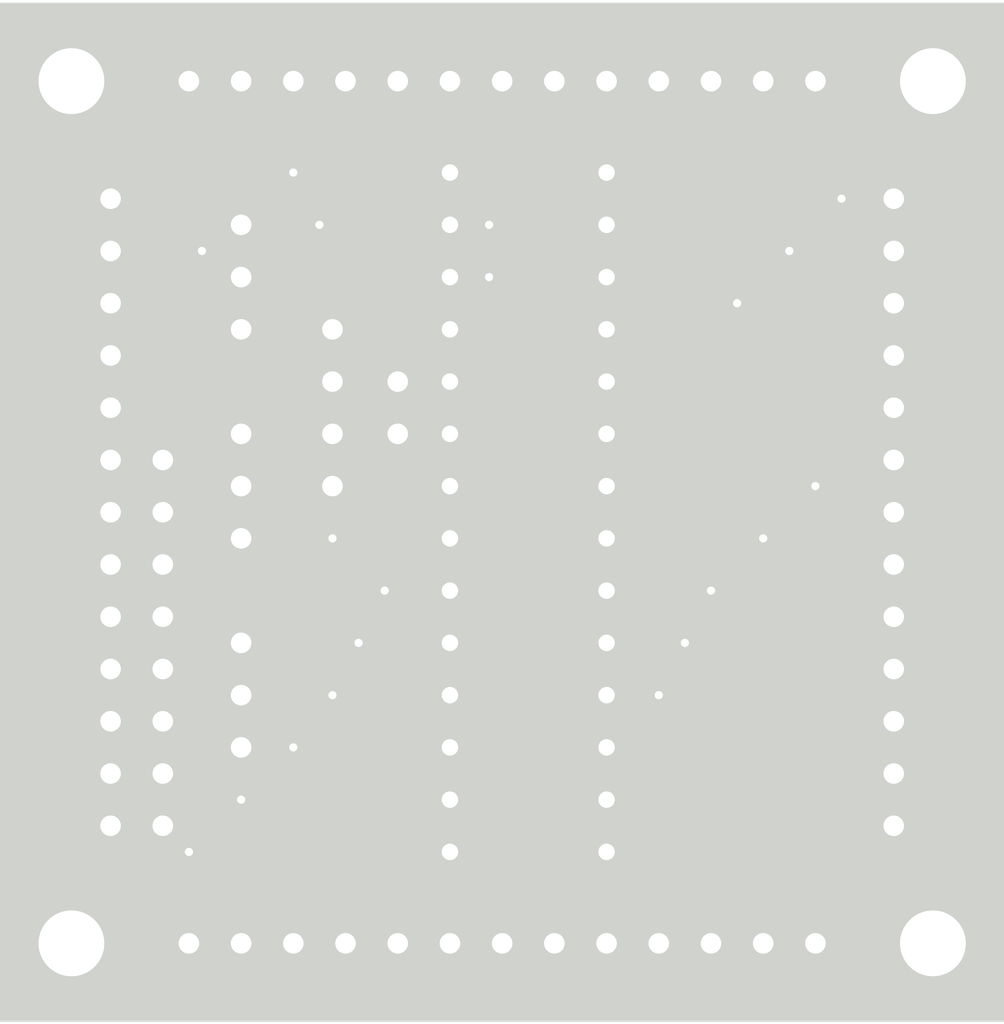
<source format=kicad_pcb>
(kicad_pcb (version 4) (host pcbnew 4.0.7+dfsg1-1~bpo9+1)

  (general
    (links 62)
    (no_connects 1)
    (area 124.46 82.55 173.990001 132.16)
    (thickness 1.6)
    (drawings 19)
    (tracks 211)
    (zones 0)
    (modules 15)
    (nets 34)
  )

  (page A4)
  (layers
    (0 F.Cu signal)
    (31 B.Cu signal)
    (32 B.Adhes user)
    (33 F.Adhes user)
    (34 B.Paste user)
    (35 F.Paste user)
    (36 B.SilkS user)
    (37 F.SilkS user)
    (38 B.Mask user)
    (39 F.Mask user)
    (40 Dwgs.User user)
    (41 Cmts.User user)
    (42 Eco1.User user)
    (43 Eco2.User user)
    (44 Edge.Cuts user hide)
    (45 Margin user)
    (46 B.CrtYd user)
    (47 F.CrtYd user)
    (48 B.Fab user hide)
    (49 F.Fab user hide)
  )

  (setup
    (last_trace_width 0.25)
    (trace_clearance 0.2)
    (zone_clearance 0.508)
    (zone_45_only no)
    (trace_min 0.2)
    (segment_width 0.2)
    (edge_width 0.1)
    (via_size 0.6)
    (via_drill 0.4)
    (via_min_size 0.4)
    (via_min_drill 0.3)
    (uvia_size 0.3)
    (uvia_drill 0.1)
    (uvias_allowed no)
    (uvia_min_size 0.2)
    (uvia_min_drill 0.1)
    (pcb_text_width 0.3)
    (pcb_text_size 1.5 1.5)
    (mod_edge_width 0.15)
    (mod_text_size 1 1)
    (mod_text_width 0.15)
    (pad_size 1.5 1.5)
    (pad_drill 0.6)
    (pad_to_mask_clearance 0)
    (aux_axis_origin 0 0)
    (visible_elements FFFEFF7F)
    (pcbplotparams
      (layerselection 0x00030_80000001)
      (usegerberextensions false)
      (excludeedgelayer true)
      (linewidth 0.100000)
      (plotframeref false)
      (viasonmask false)
      (mode 1)
      (useauxorigin false)
      (hpglpennumber 1)
      (hpglpenspeed 20)
      (hpglpendiameter 15)
      (hpglpenoverlay 2)
      (psnegative false)
      (psa4output false)
      (plotreference true)
      (plotvalue true)
      (plotinvisibletext false)
      (padsonsilk false)
      (subtractmaskfromsilk false)
      (outputformat 1)
      (mirror false)
      (drillshape 1)
      (scaleselection 1)
      (outputdirectory ""))
  )

  (net 0 "")
  (net 1 /VIN)
  (net 2 /VCC)
  (net 3 /3V3)
  (net 4 Earth)
  (net 5 /L0)
  (net 6 /L1)
  (net 7 /L2)
  (net 8 /L3)
  (net 9 /L4)
  (net 10 /L5)
  (net 11 /L6)
  (net 12 /L7)
  (net 13 "Net-(HL1-Pad2)")
  (net 14 "Net-(HL2-Pad2)")
  (net 15 "Net-(HL3-Pad2)")
  (net 16 "Net-(O2-Pad6)")
  (net 17 "Net-(O2-Pad7)")
  (net 18 "Net-(O2-Pad8)")
  (net 19 "Net-(O2-Pad9)")
  (net 20 "Net-(O2-Pad10)")
  (net 21 "Net-(O2-Pad11)")
  (net 22 "Net-(O2-Pad12)")
  (net 23 "Net-(O2-Pad13)")
  (net 24 "Net-(O3-Pad6)")
  (net 25 "Net-(O3-Pad7)")
  (net 26 "Net-(O3-Pad8)")
  (net 27 "Net-(O3-Pad9)")
  (net 28 "Net-(O3-Pad10)")
  (net 29 "Net-(O3-Pad11)")
  (net 30 "Net-(O3-Pad12)")
  (net 31 "Net-(O3-Pad13)")
  (net 32 "Net-(U1-Pad19)")
  (net 33 "Net-(U1-Pad20)")

  (net_class Default "This is the default net class."
    (clearance 0.2)
    (trace_width 0.25)
    (via_dia 0.6)
    (via_drill 0.4)
    (uvia_dia 0.3)
    (uvia_drill 0.1)
    (add_net /3V3)
    (add_net /L0)
    (add_net /L1)
    (add_net /L2)
    (add_net /L3)
    (add_net /L4)
    (add_net /L5)
    (add_net /L6)
    (add_net /L7)
    (add_net /VCC)
    (add_net /VIN)
    (add_net Earth)
    (add_net "Net-(HL1-Pad2)")
    (add_net "Net-(HL2-Pad2)")
    (add_net "Net-(HL3-Pad2)")
    (add_net "Net-(O2-Pad10)")
    (add_net "Net-(O2-Pad11)")
    (add_net "Net-(O2-Pad12)")
    (add_net "Net-(O2-Pad13)")
    (add_net "Net-(O2-Pad6)")
    (add_net "Net-(O2-Pad7)")
    (add_net "Net-(O2-Pad8)")
    (add_net "Net-(O2-Pad9)")
    (add_net "Net-(O3-Pad10)")
    (add_net "Net-(O3-Pad11)")
    (add_net "Net-(O3-Pad12)")
    (add_net "Net-(O3-Pad13)")
    (add_net "Net-(O3-Pad6)")
    (add_net "Net-(O3-Pad7)")
    (add_net "Net-(O3-Pad8)")
    (add_net "Net-(O3-Pad9)")
    (add_net "Net-(U1-Pad19)")
    (add_net "Net-(U1-Pad20)")
  )

  (module Mounting_Holes:MountingHole_3.2mm_M3 (layer F.Cu) (tedit 5AC2471D) (tstamp 5ACA4CBC)
    (at 128.27 86.36)
    (descr "Mounting Hole 3.2mm, no annular, M3")
    (tags "mounting hole 3.2mm no annular m3")
    (fp_text reference M3 (at 3.175 0) (layer F.Fab)
      (effects (font (size 1 1) (thickness 0.15)))
    )
    (fp_text value "" (at 0 4.2) (layer F.Fab) hide
      (effects (font (size 1 1) (thickness 0.15)))
    )
    (fp_circle (center 0 0) (end 3.2 0) (layer Cmts.User) (width 0.15))
    (fp_circle (center 0 0) (end 3.45 0) (layer F.CrtYd) (width 0.05))
    (pad 1 np_thru_hole circle (at 0 0) (size 3.2 3.2) (drill 3.2) (layers *.Cu *.Mask))
  )

  (module Mounting_Holes:MountingHole_3.2mm_M3 (layer F.Cu) (tedit 5AC24735) (tstamp 5ACA4CC9)
    (at 170.18 86.36)
    (descr "Mounting Hole 3.2mm, no annular, M3")
    (tags "mounting hole 3.2mm no annular m3")
    (fp_text reference M3 (at -3.175 0) (layer F.Fab)
      (effects (font (size 1 1) (thickness 0.15)))
    )
    (fp_text value "" (at 0 4.2) (layer F.Fab) hide
      (effects (font (size 1 1) (thickness 0.15)))
    )
    (fp_circle (center 0 0) (end 3.2 0) (layer Cmts.User) (width 0.15))
    (fp_circle (center 0 0) (end 3.45 0) (layer F.CrtYd) (width 0.05))
    (pad 1 np_thru_hole circle (at 0 0) (size 3.2 3.2) (drill 3.2) (layers *.Cu *.Mask))
  )

  (module Mounting_Holes:MountingHole_3.2mm_M3 (layer F.Cu) (tedit 5AC24739) (tstamp 5ACA4CD6)
    (at 170.18 128.27)
    (descr "Mounting Hole 3.2mm, no annular, M3")
    (tags "mounting hole 3.2mm no annular m3")
    (fp_text reference "" (at 0 -4.2) (layer F.SilkS) hide
      (effects (font (size 1 1) (thickness 0.15)))
    )
    (fp_text value M3 (at -3.175 0) (layer F.Fab)
      (effects (font (size 1 1) (thickness 0.15)))
    )
    (fp_circle (center 0 0) (end 3.2 0) (layer Cmts.User) (width 0.15))
    (fp_circle (center 0 0) (end 3.45 0) (layer F.CrtYd) (width 0.05))
    (pad 1 np_thru_hole circle (at 0 0) (size 3.2 3.2) (drill 3.2) (layers *.Cu *.Mask))
  )

  (module Mounting_Holes:MountingHole_3.2mm_M3 (layer F.Cu) (tedit 5AC24710) (tstamp 5ACA4CE3)
    (at 128.27 128.27)
    (descr "Mounting Hole 3.2mm, no annular, M3")
    (tags "mounting hole 3.2mm no annular m3")
    (fp_text reference "" (at 0 -4.2) (layer F.SilkS) hide
      (effects (font (size 1 1) (thickness 0.15)))
    )
    (fp_text value M3 (at 3.175 0) (layer F.Fab)
      (effects (font (size 1 1) (thickness 0.15)))
    )
    (fp_circle (center 0 0) (end 3.2 0) (layer Cmts.User) (width 0.15))
    (fp_circle (center 0 0) (end 3.45 0) (layer F.CrtYd) (width 0.05))
    (pad 1 np_thru_hole circle (at 0 0) (size 3.2 3.2) (drill 3.2) (layers *.Cu *.Mask))
  )

  (module Socket_Strips:Socket_Strip_Straight_1x13_Pitch2.54mm (layer F.Cu) (tedit 5AC33C8C) (tstamp 5ACA6AC6)
    (at 168.275 92.075)
    (descr "Through hole straight socket strip, 1x13, 2.54mm pitch, single row")
    (tags "Through hole socket strip THT 1x13 2.54mm single row")
    (path /5AC241F8)
    (fp_text reference O1 (at 0 -2.33) (layer F.SilkS)
      (effects (font (size 1 1) (thickness 0.15)))
    )
    (fp_text value ePlayOutput (at 2.54 27.94 90) (layer F.Fab)
      (effects (font (size 1 1) (thickness 0.15)))
    )
    (fp_line (start -1.27 -1.27) (end -1.27 31.75) (layer F.Fab) (width 0.1))
    (fp_line (start -1.27 31.75) (end 1.27 31.75) (layer F.Fab) (width 0.1))
    (fp_line (start 1.27 31.75) (end 1.27 -1.27) (layer F.Fab) (width 0.1))
    (fp_line (start 1.27 -1.27) (end -1.27 -1.27) (layer F.Fab) (width 0.1))
    (fp_line (start -1.33 1.27) (end -1.33 31.81) (layer F.SilkS) (width 0.12))
    (fp_line (start -1.33 31.81) (end 1.33 31.81) (layer F.SilkS) (width 0.12))
    (fp_line (start 1.33 31.81) (end 1.33 1.27) (layer F.SilkS) (width 0.12))
    (fp_line (start 1.33 1.27) (end -1.33 1.27) (layer F.SilkS) (width 0.12))
    (fp_line (start -1.33 0) (end -1.33 -1.33) (layer F.SilkS) (width 0.12))
    (fp_line (start -1.33 -1.33) (end 0 -1.33) (layer F.SilkS) (width 0.12))
    (fp_line (start -1.8 -1.8) (end -1.8 32.25) (layer F.CrtYd) (width 0.05))
    (fp_line (start -1.8 32.25) (end 1.8 32.25) (layer F.CrtYd) (width 0.05))
    (fp_line (start 1.8 32.25) (end 1.8 -1.8) (layer F.CrtYd) (width 0.05))
    (fp_line (start 1.8 -1.8) (end -1.8 -1.8) (layer F.CrtYd) (width 0.05))
    (fp_text user %R (at 0 -2.33) (layer F.Fab)
      (effects (font (size 1 1) (thickness 0.15)))
    )
    (pad 1 thru_hole rect (at 0 0) (size 1.7 1.7) (drill 1) (layers *.Cu *.Mask)
      (net 1 /VIN))
    (pad 2 thru_hole oval (at 0 2.54) (size 1.7 1.7) (drill 1) (layers *.Cu *.Mask)
      (net 2 /VCC))
    (pad 3 thru_hole oval (at 0 5.08) (size 1.7 1.7) (drill 1) (layers *.Cu *.Mask)
      (net 3 /3V3))
    (pad 4 thru_hole oval (at 0 7.62) (size 1.7 1.7) (drill 1) (layers *.Cu *.Mask)
      (net 4 Earth))
    (pad 5 thru_hole oval (at 0 10.16) (size 1.7 1.7) (drill 1) (layers *.Cu *.Mask))
    (pad 6 thru_hole oval (at 0 12.7) (size 1.7 1.7) (drill 1) (layers *.Cu *.Mask)
      (net 5 /L0))
    (pad 7 thru_hole oval (at 0 15.24) (size 1.7 1.7) (drill 1) (layers *.Cu *.Mask)
      (net 6 /L1))
    (pad 8 thru_hole oval (at 0 17.78) (size 1.7 1.7) (drill 1) (layers *.Cu *.Mask)
      (net 7 /L2))
    (pad 9 thru_hole oval (at 0 20.32) (size 1.7 1.7) (drill 1) (layers *.Cu *.Mask)
      (net 8 /L3))
    (pad 10 thru_hole oval (at 0 22.86) (size 1.7 1.7) (drill 1) (layers *.Cu *.Mask)
      (net 9 /L4))
    (pad 11 thru_hole oval (at 0 25.4) (size 1.7 1.7) (drill 1) (layers *.Cu *.Mask)
      (net 10 /L5))
    (pad 12 thru_hole oval (at 0 27.94) (size 1.7 1.7) (drill 1) (layers *.Cu *.Mask)
      (net 11 /L6))
    (pad 13 thru_hole oval (at 0 30.48) (size 1.7 1.7) (drill 1) (layers *.Cu *.Mask)
      (net 12 /L7))
    (model ${KISYS3DMOD}/Socket_Strips.3dshapes/Socket_Strip_Straight_1x13_Pitch2.54mm.wrl
      (at (xyz 0 -0.6 0))
      (scale (xyz 1 1 1))
      (rotate (xyz 0 0 270))
    )
  )

  (module Pin_Headers:Pin_Header_Straight_1x13_Pitch2.54mm (layer F.Cu) (tedit 5AC33C78) (tstamp 5ACA6B05)
    (at 130.175 92.075)
    (descr "Through hole straight pin header, 1x13, 2.54mm pitch, single row")
    (tags "Through hole pin header THT 1x13 2.54mm single row")
    (path /5AC243A7)
    (fp_text reference I1 (at 0 -2.33) (layer F.SilkS)
      (effects (font (size 1 1) (thickness 0.15)))
    )
    (fp_text value ePlayInput (at -3.175 27.94 90) (layer F.Fab)
      (effects (font (size 1 1) (thickness 0.15)))
    )
    (fp_line (start -0.635 -1.27) (end 1.27 -1.27) (layer F.Fab) (width 0.1))
    (fp_line (start 1.27 -1.27) (end 1.27 31.75) (layer F.Fab) (width 0.1))
    (fp_line (start 1.27 31.75) (end -1.27 31.75) (layer F.Fab) (width 0.1))
    (fp_line (start -1.27 31.75) (end -1.27 -0.635) (layer F.Fab) (width 0.1))
    (fp_line (start -1.27 -0.635) (end -0.635 -1.27) (layer F.Fab) (width 0.1))
    (fp_line (start -1.33 31.81) (end 1.33 31.81) (layer F.SilkS) (width 0.12))
    (fp_line (start -1.33 1.27) (end -1.33 31.81) (layer F.SilkS) (width 0.12))
    (fp_line (start 1.33 1.27) (end 1.33 31.81) (layer F.SilkS) (width 0.12))
    (fp_line (start -1.33 1.27) (end 1.33 1.27) (layer F.SilkS) (width 0.12))
    (fp_line (start -1.33 0) (end -1.33 -1.33) (layer F.SilkS) (width 0.12))
    (fp_line (start -1.33 -1.33) (end 0 -1.33) (layer F.SilkS) (width 0.12))
    (fp_line (start -1.8 -1.8) (end -1.8 32.25) (layer F.CrtYd) (width 0.05))
    (fp_line (start -1.8 32.25) (end 1.8 32.25) (layer F.CrtYd) (width 0.05))
    (fp_line (start 1.8 32.25) (end 1.8 -1.8) (layer F.CrtYd) (width 0.05))
    (fp_line (start 1.8 -1.8) (end -1.8 -1.8) (layer F.CrtYd) (width 0.05))
    (fp_text user %R (at 0 15.24 90) (layer F.Fab)
      (effects (font (size 1 1) (thickness 0.15)))
    )
    (pad 1 thru_hole rect (at 0 0) (size 1.7 1.7) (drill 1) (layers *.Cu *.Mask)
      (net 1 /VIN))
    (pad 2 thru_hole oval (at 0 2.54) (size 1.7 1.7) (drill 1) (layers *.Cu *.Mask)
      (net 2 /VCC))
    (pad 3 thru_hole oval (at 0 5.08) (size 1.7 1.7) (drill 1) (layers *.Cu *.Mask)
      (net 3 /3V3))
    (pad 4 thru_hole oval (at 0 7.62) (size 1.7 1.7) (drill 1) (layers *.Cu *.Mask)
      (net 4 Earth))
    (pad 5 thru_hole oval (at 0 10.16) (size 1.7 1.7) (drill 1) (layers *.Cu *.Mask))
    (pad 6 thru_hole oval (at 0 12.7) (size 1.7 1.7) (drill 1) (layers *.Cu *.Mask)
      (net 5 /L0))
    (pad 7 thru_hole oval (at 0 15.24) (size 1.7 1.7) (drill 1) (layers *.Cu *.Mask)
      (net 6 /L1))
    (pad 8 thru_hole oval (at 0 17.78) (size 1.7 1.7) (drill 1) (layers *.Cu *.Mask)
      (net 7 /L2))
    (pad 9 thru_hole oval (at 0 20.32) (size 1.7 1.7) (drill 1) (layers *.Cu *.Mask)
      (net 8 /L3))
    (pad 10 thru_hole oval (at 0 22.86) (size 1.7 1.7) (drill 1) (layers *.Cu *.Mask)
      (net 9 /L4))
    (pad 11 thru_hole oval (at 0 25.4) (size 1.7 1.7) (drill 1) (layers *.Cu *.Mask)
      (net 10 /L5))
    (pad 12 thru_hole oval (at 0 27.94) (size 1.7 1.7) (drill 1) (layers *.Cu *.Mask)
      (net 11 /L6))
    (pad 13 thru_hole oval (at 0 30.48) (size 1.7 1.7) (drill 1) (layers *.Cu *.Mask)
      (net 12 /L7))
    (model ${KISYS3DMOD}/Pin_Headers.3dshapes/Pin_Header_Straight_1x13_Pitch2.54mm.wrl
      (at (xyz 0 0 0))
      (scale (xyz 1 1 1))
      (rotate (xyz 0 0 0))
    )
  )

  (module Pin_Headers:Pin_Header_Straight_1x03_Pitch2.54mm (layer F.Cu) (tedit 5AC343A5) (tstamp 5AC32FF7)
    (at 136.525 98.425 180)
    (descr "Through hole straight pin header, 1x03, 2.54mm pitch, single row")
    (tags "Through hole pin header THT 1x03 2.54mm single row")
    (path /5AC332D5)
    (fp_text reference HL1 (at 0 -2.33 180) (layer F.SilkS)
      (effects (font (size 1 1) (thickness 0.15)))
    )
    (fp_text value High-Low (at 2.54 3.175 270) (layer F.Fab)
      (effects (font (size 1 1) (thickness 0.15)))
    )
    (fp_line (start -0.635 -1.27) (end 1.27 -1.27) (layer F.Fab) (width 0.1))
    (fp_line (start 1.27 -1.27) (end 1.27 6.35) (layer F.Fab) (width 0.1))
    (fp_line (start 1.27 6.35) (end -1.27 6.35) (layer F.Fab) (width 0.1))
    (fp_line (start -1.27 6.35) (end -1.27 -0.635) (layer F.Fab) (width 0.1))
    (fp_line (start -1.27 -0.635) (end -0.635 -1.27) (layer F.Fab) (width 0.1))
    (fp_line (start -1.33 6.41) (end 1.33 6.41) (layer F.SilkS) (width 0.12))
    (fp_line (start -1.33 1.27) (end -1.33 6.41) (layer F.SilkS) (width 0.12))
    (fp_line (start 1.33 1.27) (end 1.33 6.41) (layer F.SilkS) (width 0.12))
    (fp_line (start -1.33 1.27) (end 1.33 1.27) (layer F.SilkS) (width 0.12))
    (fp_line (start -1.33 0) (end -1.33 -1.33) (layer F.SilkS) (width 0.12))
    (fp_line (start -1.33 -1.33) (end 0 -1.33) (layer F.SilkS) (width 0.12))
    (fp_line (start -1.8 -1.8) (end -1.8 6.85) (layer F.CrtYd) (width 0.05))
    (fp_line (start -1.8 6.85) (end 1.8 6.85) (layer F.CrtYd) (width 0.05))
    (fp_line (start 1.8 6.85) (end 1.8 -1.8) (layer F.CrtYd) (width 0.05))
    (fp_line (start 1.8 -1.8) (end -1.8 -1.8) (layer F.CrtYd) (width 0.05))
    (fp_text user %R (at 0 2.54 270) (layer F.Fab)
      (effects (font (size 1 1) (thickness 0.15)))
    )
    (pad 1 thru_hole rect (at 0 0 180) (size 1.7 1.7) (drill 1) (layers *.Cu *.Mask)
      (net 4 Earth))
    (pad 2 thru_hole oval (at 0 2.54 180) (size 1.7 1.7) (drill 1) (layers *.Cu *.Mask)
      (net 13 "Net-(HL1-Pad2)"))
    (pad 3 thru_hole oval (at 0 5.08 180) (size 1.7 1.7) (drill 1) (layers *.Cu *.Mask)
      (net 2 /VCC))
    (model ${KISYS3DMOD}/Pin_Headers.3dshapes/Pin_Header_Straight_1x03_Pitch2.54mm.wrl
      (at (xyz 0 0 0))
      (scale (xyz 1 1 1))
      (rotate (xyz 0 0 0))
    )
  )

  (module Pin_Headers:Pin_Header_Straight_1x03_Pitch2.54mm (layer F.Cu) (tedit 5AC343AC) (tstamp 5AC3300E)
    (at 136.525 108.585 180)
    (descr "Through hole straight pin header, 1x03, 2.54mm pitch, single row")
    (tags "Through hole pin header THT 1x03 2.54mm single row")
    (path /5AC33401)
    (fp_text reference HL2 (at 0 -2.33 180) (layer F.SilkS)
      (effects (font (size 1 1) (thickness 0.15)))
    )
    (fp_text value High-Low (at 2.54 2.54 270) (layer F.Fab)
      (effects (font (size 1 1) (thickness 0.15)))
    )
    (fp_line (start -0.635 -1.27) (end 1.27 -1.27) (layer F.Fab) (width 0.1))
    (fp_line (start 1.27 -1.27) (end 1.27 6.35) (layer F.Fab) (width 0.1))
    (fp_line (start 1.27 6.35) (end -1.27 6.35) (layer F.Fab) (width 0.1))
    (fp_line (start -1.27 6.35) (end -1.27 -0.635) (layer F.Fab) (width 0.1))
    (fp_line (start -1.27 -0.635) (end -0.635 -1.27) (layer F.Fab) (width 0.1))
    (fp_line (start -1.33 6.41) (end 1.33 6.41) (layer F.SilkS) (width 0.12))
    (fp_line (start -1.33 1.27) (end -1.33 6.41) (layer F.SilkS) (width 0.12))
    (fp_line (start 1.33 1.27) (end 1.33 6.41) (layer F.SilkS) (width 0.12))
    (fp_line (start -1.33 1.27) (end 1.33 1.27) (layer F.SilkS) (width 0.12))
    (fp_line (start -1.33 0) (end -1.33 -1.33) (layer F.SilkS) (width 0.12))
    (fp_line (start -1.33 -1.33) (end 0 -1.33) (layer F.SilkS) (width 0.12))
    (fp_line (start -1.8 -1.8) (end -1.8 6.85) (layer F.CrtYd) (width 0.05))
    (fp_line (start -1.8 6.85) (end 1.8 6.85) (layer F.CrtYd) (width 0.05))
    (fp_line (start 1.8 6.85) (end 1.8 -1.8) (layer F.CrtYd) (width 0.05))
    (fp_line (start 1.8 -1.8) (end -1.8 -1.8) (layer F.CrtYd) (width 0.05))
    (fp_text user %R (at 0 2.54 270) (layer F.Fab)
      (effects (font (size 1 1) (thickness 0.15)))
    )
    (pad 1 thru_hole rect (at 0 0 180) (size 1.7 1.7) (drill 1) (layers *.Cu *.Mask)
      (net 4 Earth))
    (pad 2 thru_hole oval (at 0 2.54 180) (size 1.7 1.7) (drill 1) (layers *.Cu *.Mask)
      (net 14 "Net-(HL2-Pad2)"))
    (pad 3 thru_hole oval (at 0 5.08 180) (size 1.7 1.7) (drill 1) (layers *.Cu *.Mask)
      (net 2 /VCC))
    (model ${KISYS3DMOD}/Pin_Headers.3dshapes/Pin_Header_Straight_1x03_Pitch2.54mm.wrl
      (at (xyz 0 0 0))
      (scale (xyz 1 1 1))
      (rotate (xyz 0 0 0))
    )
  )

  (module Pin_Headers:Pin_Header_Straight_1x03_Pitch2.54mm (layer F.Cu) (tedit 5AC343B2) (tstamp 5AC33025)
    (at 136.525 118.745 180)
    (descr "Through hole straight pin header, 1x03, 2.54mm pitch, single row")
    (tags "Through hole pin header THT 1x03 2.54mm single row")
    (path /5AC3345A)
    (fp_text reference HL3 (at 0 -2.33 180) (layer F.SilkS)
      (effects (font (size 1 1) (thickness 0.15)))
    )
    (fp_text value High-Low (at 2.54 2.54 270) (layer F.Fab)
      (effects (font (size 1 1) (thickness 0.15)))
    )
    (fp_line (start -0.635 -1.27) (end 1.27 -1.27) (layer F.Fab) (width 0.1))
    (fp_line (start 1.27 -1.27) (end 1.27 6.35) (layer F.Fab) (width 0.1))
    (fp_line (start 1.27 6.35) (end -1.27 6.35) (layer F.Fab) (width 0.1))
    (fp_line (start -1.27 6.35) (end -1.27 -0.635) (layer F.Fab) (width 0.1))
    (fp_line (start -1.27 -0.635) (end -0.635 -1.27) (layer F.Fab) (width 0.1))
    (fp_line (start -1.33 6.41) (end 1.33 6.41) (layer F.SilkS) (width 0.12))
    (fp_line (start -1.33 1.27) (end -1.33 6.41) (layer F.SilkS) (width 0.12))
    (fp_line (start 1.33 1.27) (end 1.33 6.41) (layer F.SilkS) (width 0.12))
    (fp_line (start -1.33 1.27) (end 1.33 1.27) (layer F.SilkS) (width 0.12))
    (fp_line (start -1.33 0) (end -1.33 -1.33) (layer F.SilkS) (width 0.12))
    (fp_line (start -1.33 -1.33) (end 0 -1.33) (layer F.SilkS) (width 0.12))
    (fp_line (start -1.8 -1.8) (end -1.8 6.85) (layer F.CrtYd) (width 0.05))
    (fp_line (start -1.8 6.85) (end 1.8 6.85) (layer F.CrtYd) (width 0.05))
    (fp_line (start 1.8 6.85) (end 1.8 -1.8) (layer F.CrtYd) (width 0.05))
    (fp_line (start 1.8 -1.8) (end -1.8 -1.8) (layer F.CrtYd) (width 0.05))
    (fp_text user %R (at 0 2.54 270) (layer F.Fab)
      (effects (font (size 1 1) (thickness 0.15)))
    )
    (pad 1 thru_hole rect (at 0 0 180) (size 1.7 1.7) (drill 1) (layers *.Cu *.Mask)
      (net 4 Earth))
    (pad 2 thru_hole oval (at 0 2.54 180) (size 1.7 1.7) (drill 1) (layers *.Cu *.Mask)
      (net 15 "Net-(HL3-Pad2)"))
    (pad 3 thru_hole oval (at 0 5.08 180) (size 1.7 1.7) (drill 1) (layers *.Cu *.Mask)
      (net 2 /VCC))
    (model ${KISYS3DMOD}/Pin_Headers.3dshapes/Pin_Header_Straight_1x03_Pitch2.54mm.wrl
      (at (xyz 0 0 0))
      (scale (xyz 1 1 1))
      (rotate (xyz 0 0 0))
    )
  )

  (module Socket_Strips:Socket_Strip_Straight_1x13_Pitch2.54mm (layer F.Cu) (tedit 5AC33CA0) (tstamp 5AC33045)
    (at 133.985 86.36 90)
    (descr "Through hole straight socket strip, 1x13, 2.54mm pitch, single row")
    (tags "Through hole socket strip THT 1x13 2.54mm single row")
    (path /5AC32D5F)
    (fp_text reference O2 (at 0 -2.33 90) (layer F.SilkS)
      (effects (font (size 1 1) (thickness 0.15)))
    )
    (fp_text value ePlayOutput (at -3.175 27.305 180) (layer F.Fab)
      (effects (font (size 1 1) (thickness 0.15)))
    )
    (fp_line (start -1.27 -1.27) (end -1.27 31.75) (layer F.Fab) (width 0.1))
    (fp_line (start -1.27 31.75) (end 1.27 31.75) (layer F.Fab) (width 0.1))
    (fp_line (start 1.27 31.75) (end 1.27 -1.27) (layer F.Fab) (width 0.1))
    (fp_line (start 1.27 -1.27) (end -1.27 -1.27) (layer F.Fab) (width 0.1))
    (fp_line (start -1.33 1.27) (end -1.33 31.81) (layer F.SilkS) (width 0.12))
    (fp_line (start -1.33 31.81) (end 1.33 31.81) (layer F.SilkS) (width 0.12))
    (fp_line (start 1.33 31.81) (end 1.33 1.27) (layer F.SilkS) (width 0.12))
    (fp_line (start 1.33 1.27) (end -1.33 1.27) (layer F.SilkS) (width 0.12))
    (fp_line (start -1.33 0) (end -1.33 -1.33) (layer F.SilkS) (width 0.12))
    (fp_line (start -1.33 -1.33) (end 0 -1.33) (layer F.SilkS) (width 0.12))
    (fp_line (start -1.8 -1.8) (end -1.8 32.25) (layer F.CrtYd) (width 0.05))
    (fp_line (start -1.8 32.25) (end 1.8 32.25) (layer F.CrtYd) (width 0.05))
    (fp_line (start 1.8 32.25) (end 1.8 -1.8) (layer F.CrtYd) (width 0.05))
    (fp_line (start 1.8 -1.8) (end -1.8 -1.8) (layer F.CrtYd) (width 0.05))
    (fp_text user %R (at 0 -2.33 90) (layer F.Fab)
      (effects (font (size 1 1) (thickness 0.15)))
    )
    (pad 1 thru_hole rect (at 0 0 90) (size 1.7 1.7) (drill 1) (layers *.Cu *.Mask)
      (net 1 /VIN))
    (pad 2 thru_hole oval (at 0 2.54 90) (size 1.7 1.7) (drill 1) (layers *.Cu *.Mask)
      (net 2 /VCC))
    (pad 3 thru_hole oval (at 0 5.08 90) (size 1.7 1.7) (drill 1) (layers *.Cu *.Mask)
      (net 3 /3V3))
    (pad 4 thru_hole oval (at 0 7.62 90) (size 1.7 1.7) (drill 1) (layers *.Cu *.Mask)
      (net 4 Earth))
    (pad 5 thru_hole oval (at 0 10.16 90) (size 1.7 1.7) (drill 1) (layers *.Cu *.Mask))
    (pad 6 thru_hole oval (at 0 12.7 90) (size 1.7 1.7) (drill 1) (layers *.Cu *.Mask)
      (net 16 "Net-(O2-Pad6)"))
    (pad 7 thru_hole oval (at 0 15.24 90) (size 1.7 1.7) (drill 1) (layers *.Cu *.Mask)
      (net 17 "Net-(O2-Pad7)"))
    (pad 8 thru_hole oval (at 0 17.78 90) (size 1.7 1.7) (drill 1) (layers *.Cu *.Mask)
      (net 18 "Net-(O2-Pad8)"))
    (pad 9 thru_hole oval (at 0 20.32 90) (size 1.7 1.7) (drill 1) (layers *.Cu *.Mask)
      (net 19 "Net-(O2-Pad9)"))
    (pad 10 thru_hole oval (at 0 22.86 90) (size 1.7 1.7) (drill 1) (layers *.Cu *.Mask)
      (net 20 "Net-(O2-Pad10)"))
    (pad 11 thru_hole oval (at 0 25.4 90) (size 1.7 1.7) (drill 1) (layers *.Cu *.Mask)
      (net 21 "Net-(O2-Pad11)"))
    (pad 12 thru_hole oval (at 0 27.94 90) (size 1.7 1.7) (drill 1) (layers *.Cu *.Mask)
      (net 22 "Net-(O2-Pad12)"))
    (pad 13 thru_hole oval (at 0 30.48 90) (size 1.7 1.7) (drill 1) (layers *.Cu *.Mask)
      (net 23 "Net-(O2-Pad13)"))
    (model ${KISYS3DMOD}/Socket_Strips.3dshapes/Socket_Strip_Straight_1x13_Pitch2.54mm.wrl
      (at (xyz 0 -0.6 0))
      (scale (xyz 1 1 1))
      (rotate (xyz 0 0 270))
    )
  )

  (module Socket_Strips:Socket_Strip_Straight_1x13_Pitch2.54mm (layer F.Cu) (tedit 5AC33C80) (tstamp 5AC33065)
    (at 164.465 128.27 270)
    (descr "Through hole straight socket strip, 1x13, 2.54mm pitch, single row")
    (tags "Through hole socket strip THT 1x13 2.54mm single row")
    (path /5AC32C2A)
    (fp_text reference O3 (at 0 -2.33 270) (layer F.SilkS)
      (effects (font (size 1 1) (thickness 0.15)))
    )
    (fp_text value ePlayOutput (at -2.54 26.035 360) (layer F.Fab)
      (effects (font (size 1 1) (thickness 0.15)))
    )
    (fp_line (start -1.27 -1.27) (end -1.27 31.75) (layer F.Fab) (width 0.1))
    (fp_line (start -1.27 31.75) (end 1.27 31.75) (layer F.Fab) (width 0.1))
    (fp_line (start 1.27 31.75) (end 1.27 -1.27) (layer F.Fab) (width 0.1))
    (fp_line (start 1.27 -1.27) (end -1.27 -1.27) (layer F.Fab) (width 0.1))
    (fp_line (start -1.33 1.27) (end -1.33 31.81) (layer F.SilkS) (width 0.12))
    (fp_line (start -1.33 31.81) (end 1.33 31.81) (layer F.SilkS) (width 0.12))
    (fp_line (start 1.33 31.81) (end 1.33 1.27) (layer F.SilkS) (width 0.12))
    (fp_line (start 1.33 1.27) (end -1.33 1.27) (layer F.SilkS) (width 0.12))
    (fp_line (start -1.33 0) (end -1.33 -1.33) (layer F.SilkS) (width 0.12))
    (fp_line (start -1.33 -1.33) (end 0 -1.33) (layer F.SilkS) (width 0.12))
    (fp_line (start -1.8 -1.8) (end -1.8 32.25) (layer F.CrtYd) (width 0.05))
    (fp_line (start -1.8 32.25) (end 1.8 32.25) (layer F.CrtYd) (width 0.05))
    (fp_line (start 1.8 32.25) (end 1.8 -1.8) (layer F.CrtYd) (width 0.05))
    (fp_line (start 1.8 -1.8) (end -1.8 -1.8) (layer F.CrtYd) (width 0.05))
    (fp_text user %R (at 0 -2.33 270) (layer F.Fab)
      (effects (font (size 1 1) (thickness 0.15)))
    )
    (pad 1 thru_hole rect (at 0 0 270) (size 1.7 1.7) (drill 1) (layers *.Cu *.Mask)
      (net 1 /VIN))
    (pad 2 thru_hole oval (at 0 2.54 270) (size 1.7 1.7) (drill 1) (layers *.Cu *.Mask)
      (net 2 /VCC))
    (pad 3 thru_hole oval (at 0 5.08 270) (size 1.7 1.7) (drill 1) (layers *.Cu *.Mask)
      (net 3 /3V3))
    (pad 4 thru_hole oval (at 0 7.62 270) (size 1.7 1.7) (drill 1) (layers *.Cu *.Mask)
      (net 4 Earth))
    (pad 5 thru_hole oval (at 0 10.16 270) (size 1.7 1.7) (drill 1) (layers *.Cu *.Mask))
    (pad 6 thru_hole oval (at 0 12.7 270) (size 1.7 1.7) (drill 1) (layers *.Cu *.Mask)
      (net 24 "Net-(O3-Pad6)"))
    (pad 7 thru_hole oval (at 0 15.24 270) (size 1.7 1.7) (drill 1) (layers *.Cu *.Mask)
      (net 25 "Net-(O3-Pad7)"))
    (pad 8 thru_hole oval (at 0 17.78 270) (size 1.7 1.7) (drill 1) (layers *.Cu *.Mask)
      (net 26 "Net-(O3-Pad8)"))
    (pad 9 thru_hole oval (at 0 20.32 270) (size 1.7 1.7) (drill 1) (layers *.Cu *.Mask)
      (net 27 "Net-(O3-Pad9)"))
    (pad 10 thru_hole oval (at 0 22.86 270) (size 1.7 1.7) (drill 1) (layers *.Cu *.Mask)
      (net 28 "Net-(O3-Pad10)"))
    (pad 11 thru_hole oval (at 0 25.4 270) (size 1.7 1.7) (drill 1) (layers *.Cu *.Mask)
      (net 29 "Net-(O3-Pad11)"))
    (pad 12 thru_hole oval (at 0 27.94 270) (size 1.7 1.7) (drill 1) (layers *.Cu *.Mask)
      (net 30 "Net-(O3-Pad12)"))
    (pad 13 thru_hole oval (at 0 30.48 270) (size 1.7 1.7) (drill 1) (layers *.Cu *.Mask)
      (net 31 "Net-(O3-Pad13)"))
    (model ${KISYS3DMOD}/Socket_Strips.3dshapes/Socket_Strip_Straight_1x13_Pitch2.54mm.wrl
      (at (xyz 0 -0.6 0))
      (scale (xyz 1 1 1))
      (rotate (xyz 0 0 270))
    )
  )

  (module Housings_DIP:DIP-28_W7.62mm (layer F.Cu) (tedit 5AC34AC9) (tstamp 5AC33095)
    (at 154.305 123.825 180)
    (descr "28-lead dip package, row spacing 7.62 mm (300 mils)")
    (tags "DIL DIP PDIP 2.54mm 7.62mm 300mil")
    (path /5AC32B7F)
    (fp_text reference U1 (at 3.81 -2.39 180) (layer F.Fab)
      (effects (font (size 1 1) (thickness 0.15)))
    )
    (fp_text value MCP23017 (at 3.81 35.41 180) (layer F.Fab)
      (effects (font (size 1 1) (thickness 0.15)))
    )
    (fp_text user %R (at 3.81 16.51 180) (layer F.Fab)
      (effects (font (size 1 1) (thickness 0.15)))
    )
    (fp_line (start 1.635 -1.27) (end 6.985 -1.27) (layer F.Fab) (width 0.1))
    (fp_line (start 6.985 -1.27) (end 6.985 34.29) (layer F.Fab) (width 0.1))
    (fp_line (start 6.985 34.29) (end 0.635 34.29) (layer F.Fab) (width 0.1))
    (fp_line (start 0.635 34.29) (end 0.635 -0.27) (layer F.Fab) (width 0.1))
    (fp_line (start 0.635 -0.27) (end 1.635 -1.27) (layer F.Fab) (width 0.1))
    (fp_line (start 2.81 -1.39) (end 1.04 -1.39) (layer F.SilkS) (width 0.12))
    (fp_line (start 1.04 -1.39) (end 1.04 34.41) (layer F.SilkS) (width 0.12))
    (fp_line (start 1.04 34.41) (end 6.58 34.41) (layer F.SilkS) (width 0.12))
    (fp_line (start 6.58 34.41) (end 6.58 -1.39) (layer F.SilkS) (width 0.12))
    (fp_line (start 6.58 -1.39) (end 4.81 -1.39) (layer F.SilkS) (width 0.12))
    (fp_line (start -1.1 -1.6) (end -1.1 34.6) (layer F.CrtYd) (width 0.05))
    (fp_line (start -1.1 34.6) (end 8.7 34.6) (layer F.CrtYd) (width 0.05))
    (fp_line (start 8.7 34.6) (end 8.7 -1.6) (layer F.CrtYd) (width 0.05))
    (fp_line (start 8.7 -1.6) (end -1.1 -1.6) (layer F.CrtYd) (width 0.05))
    (fp_arc (start 3.81 -1.39) (end 2.81 -1.39) (angle -180) (layer F.SilkS) (width 0.12))
    (pad 1 thru_hole rect (at 0 0 180) (size 1.6 1.6) (drill 0.8) (layers *.Cu *.Mask)
      (net 16 "Net-(O2-Pad6)"))
    (pad 15 thru_hole oval (at 7.62 33.02 180) (size 1.6 1.6) (drill 0.8) (layers *.Cu *.Mask)
      (net 13 "Net-(HL1-Pad2)"))
    (pad 2 thru_hole oval (at 0 2.54 180) (size 1.6 1.6) (drill 0.8) (layers *.Cu *.Mask)
      (net 17 "Net-(O2-Pad7)"))
    (pad 16 thru_hole oval (at 7.62 30.48 180) (size 1.6 1.6) (drill 0.8) (layers *.Cu *.Mask)
      (net 14 "Net-(HL2-Pad2)"))
    (pad 3 thru_hole oval (at 0 5.08 180) (size 1.6 1.6) (drill 0.8) (layers *.Cu *.Mask)
      (net 18 "Net-(O2-Pad8)"))
    (pad 17 thru_hole oval (at 7.62 27.94 180) (size 1.6 1.6) (drill 0.8) (layers *.Cu *.Mask)
      (net 15 "Net-(HL3-Pad2)"))
    (pad 4 thru_hole oval (at 0 7.62 180) (size 1.6 1.6) (drill 0.8) (layers *.Cu *.Mask)
      (net 19 "Net-(O2-Pad9)"))
    (pad 18 thru_hole oval (at 7.62 25.4 180) (size 1.6 1.6) (drill 0.8) (layers *.Cu *.Mask)
      (net 2 /VCC))
    (pad 5 thru_hole oval (at 0 10.16 180) (size 1.6 1.6) (drill 0.8) (layers *.Cu *.Mask)
      (net 20 "Net-(O2-Pad10)"))
    (pad 19 thru_hole oval (at 7.62 22.86 180) (size 1.6 1.6) (drill 0.8) (layers *.Cu *.Mask)
      (net 32 "Net-(U1-Pad19)"))
    (pad 6 thru_hole oval (at 0 12.7 180) (size 1.6 1.6) (drill 0.8) (layers *.Cu *.Mask)
      (net 21 "Net-(O2-Pad11)"))
    (pad 20 thru_hole oval (at 7.62 20.32 180) (size 1.6 1.6) (drill 0.8) (layers *.Cu *.Mask)
      (net 33 "Net-(U1-Pad20)"))
    (pad 7 thru_hole oval (at 0 15.24 180) (size 1.6 1.6) (drill 0.8) (layers *.Cu *.Mask)
      (net 22 "Net-(O2-Pad12)"))
    (pad 21 thru_hole oval (at 7.62 17.78 180) (size 1.6 1.6) (drill 0.8) (layers *.Cu *.Mask)
      (net 24 "Net-(O3-Pad6)"))
    (pad 8 thru_hole oval (at 0 17.78 180) (size 1.6 1.6) (drill 0.8) (layers *.Cu *.Mask)
      (net 23 "Net-(O2-Pad13)"))
    (pad 22 thru_hole oval (at 7.62 15.24 180) (size 1.6 1.6) (drill 0.8) (layers *.Cu *.Mask)
      (net 25 "Net-(O3-Pad7)"))
    (pad 9 thru_hole oval (at 0 20.32 180) (size 1.6 1.6) (drill 0.8) (layers *.Cu *.Mask))
    (pad 23 thru_hole oval (at 7.62 12.7 180) (size 1.6 1.6) (drill 0.8) (layers *.Cu *.Mask)
      (net 26 "Net-(O3-Pad8)"))
    (pad 10 thru_hole oval (at 0 22.86 180) (size 1.6 1.6) (drill 0.8) (layers *.Cu *.Mask))
    (pad 24 thru_hole oval (at 7.62 10.16 180) (size 1.6 1.6) (drill 0.8) (layers *.Cu *.Mask)
      (net 27 "Net-(O3-Pad9)"))
    (pad 11 thru_hole oval (at 0 25.4 180) (size 1.6 1.6) (drill 0.8) (layers *.Cu *.Mask))
    (pad 25 thru_hole oval (at 7.62 7.62 180) (size 1.6 1.6) (drill 0.8) (layers *.Cu *.Mask)
      (net 28 "Net-(O3-Pad10)"))
    (pad 12 thru_hole oval (at 0 27.94 180) (size 1.6 1.6) (drill 0.8) (layers *.Cu *.Mask)
      (net 5 /L0))
    (pad 26 thru_hole oval (at 7.62 5.08 180) (size 1.6 1.6) (drill 0.8) (layers *.Cu *.Mask)
      (net 29 "Net-(O3-Pad11)"))
    (pad 13 thru_hole oval (at 0 30.48 180) (size 1.6 1.6) (drill 0.8) (layers *.Cu *.Mask)
      (net 6 /L1))
    (pad 27 thru_hole oval (at 7.62 2.54 180) (size 1.6 1.6) (drill 0.8) (layers *.Cu *.Mask)
      (net 30 "Net-(O3-Pad12)"))
    (pad 14 thru_hole oval (at 0 33.02 180) (size 1.6 1.6) (drill 0.8) (layers *.Cu *.Mask))
    (pad 28 thru_hole oval (at 7.62 0 180) (size 1.6 1.6) (drill 0.8) (layers *.Cu *.Mask)
      (net 31 "Net-(O3-Pad13)"))
    (model ${KISYS3DMOD}/Housings_DIP.3dshapes/DIP-28_W7.62mm.wrl
      (at (xyz 0 0 0))
      (scale (xyz 1 1 1))
      (rotate (xyz 0 0 0))
    )
  )

  (module Pin_Headers:Pin_Header_Straight_1x04_Pitch2.54mm (layer F.Cu) (tedit 5AC34AB7) (tstamp 5AC33FE2)
    (at 140.97 106.045 180)
    (descr "Through hole straight pin header, 1x04, 2.54mm pitch, single row")
    (tags "Through hole pin header THT 1x04 2.54mm single row")
    (path /5AC33E90)
    (fp_text reference I2C1 (at 0 12.065 270) (layer F.Fab)
      (effects (font (size 1 1) (thickness 0.15)))
    )
    (fp_text value I2CHeader (at 0 13.335 270) (layer F.Fab)
      (effects (font (size 1 1) (thickness 0.15)))
    )
    (fp_line (start -0.635 -1.27) (end 1.27 -1.27) (layer F.Fab) (width 0.1))
    (fp_line (start 1.27 -1.27) (end 1.27 8.89) (layer F.Fab) (width 0.1))
    (fp_line (start 1.27 8.89) (end -1.27 8.89) (layer F.Fab) (width 0.1))
    (fp_line (start -1.27 8.89) (end -1.27 -0.635) (layer F.Fab) (width 0.1))
    (fp_line (start -1.27 -0.635) (end -0.635 -1.27) (layer F.Fab) (width 0.1))
    (fp_line (start -1.33 8.95) (end 1.33 8.95) (layer F.SilkS) (width 0.12))
    (fp_line (start -1.33 1.27) (end -1.33 8.95) (layer F.SilkS) (width 0.12))
    (fp_line (start 1.33 1.27) (end 1.33 8.95) (layer F.SilkS) (width 0.12))
    (fp_line (start -1.33 1.27) (end 1.33 1.27) (layer F.SilkS) (width 0.12))
    (fp_line (start -1.33 0) (end -1.33 -1.33) (layer F.SilkS) (width 0.12))
    (fp_line (start -1.33 -1.33) (end 0 -1.33) (layer F.SilkS) (width 0.12))
    (fp_line (start -1.8 -1.8) (end -1.8 9.4) (layer F.CrtYd) (width 0.05))
    (fp_line (start -1.8 9.4) (end 1.8 9.4) (layer F.CrtYd) (width 0.05))
    (fp_line (start 1.8 9.4) (end 1.8 -1.8) (layer F.CrtYd) (width 0.05))
    (fp_line (start 1.8 -1.8) (end -1.8 -1.8) (layer F.CrtYd) (width 0.05))
    (fp_text user %R (at 0 3.81 270) (layer F.Fab)
      (effects (font (size 1 1) (thickness 0.15)))
    )
    (pad 1 thru_hole rect (at 0 0 180) (size 1.7 1.7) (drill 1) (layers *.Cu *.Mask)
      (net 4 Earth))
    (pad 2 thru_hole oval (at 0 2.54 180) (size 1.7 1.7) (drill 1) (layers *.Cu *.Mask)
      (net 2 /VCC))
    (pad 3 thru_hole oval (at 0 5.08 180) (size 1.7 1.7) (drill 1) (layers *.Cu *.Mask)
      (net 5 /L0))
    (pad 4 thru_hole oval (at 0 7.62 180) (size 1.7 1.7) (drill 1) (layers *.Cu *.Mask)
      (net 6 /L1))
    (model ${KISYS3DMOD}/Pin_Headers.3dshapes/Pin_Header_Straight_1x04_Pitch2.54mm.wrl
      (at (xyz 0 0 0))
      (scale (xyz 1 1 1))
      (rotate (xyz 0 0 0))
    )
  )

  (module Pin_Headers:Pin_Header_Straight_1x02_Pitch2.54mm (layer F.Cu) (tedit 5AC34AC1) (tstamp 5AC33FF8)
    (at 144.145 100.965)
    (descr "Through hole straight pin header, 1x02, 2.54mm pitch, single row")
    (tags "Through hole pin header THT 1x02 2.54mm single row")
    (path /5AC33FEE)
    (fp_text reference U2 (at 0 -2.33) (layer F.Fab)
      (effects (font (size 1 1) (thickness 0.15)))
    )
    (fp_text value Header2 (at 0 -5.08 90) (layer F.Fab)
      (effects (font (size 1 1) (thickness 0.15)))
    )
    (fp_line (start -0.635 -1.27) (end 1.27 -1.27) (layer F.Fab) (width 0.1))
    (fp_line (start 1.27 -1.27) (end 1.27 3.81) (layer F.Fab) (width 0.1))
    (fp_line (start 1.27 3.81) (end -1.27 3.81) (layer F.Fab) (width 0.1))
    (fp_line (start -1.27 3.81) (end -1.27 -0.635) (layer F.Fab) (width 0.1))
    (fp_line (start -1.27 -0.635) (end -0.635 -1.27) (layer F.Fab) (width 0.1))
    (fp_line (start -1.33 3.87) (end 1.33 3.87) (layer F.SilkS) (width 0.12))
    (fp_line (start -1.33 1.27) (end -1.33 3.87) (layer F.SilkS) (width 0.12))
    (fp_line (start 1.33 1.27) (end 1.33 3.87) (layer F.SilkS) (width 0.12))
    (fp_line (start -1.33 1.27) (end 1.33 1.27) (layer F.SilkS) (width 0.12))
    (fp_line (start -1.33 0) (end -1.33 -1.33) (layer F.SilkS) (width 0.12))
    (fp_line (start -1.33 -1.33) (end 0 -1.33) (layer F.SilkS) (width 0.12))
    (fp_line (start -1.8 -1.8) (end -1.8 4.35) (layer F.CrtYd) (width 0.05))
    (fp_line (start -1.8 4.35) (end 1.8 4.35) (layer F.CrtYd) (width 0.05))
    (fp_line (start 1.8 4.35) (end 1.8 -1.8) (layer F.CrtYd) (width 0.05))
    (fp_line (start 1.8 -1.8) (end -1.8 -1.8) (layer F.CrtYd) (width 0.05))
    (fp_text user %R (at 0 1.27 90) (layer F.Fab)
      (effects (font (size 1 1) (thickness 0.15)))
    )
    (pad 1 thru_hole rect (at 0 0) (size 1.7 1.7) (drill 1) (layers *.Cu *.Mask)
      (net 32 "Net-(U1-Pad19)"))
    (pad 2 thru_hole oval (at 0 2.54) (size 1.7 1.7) (drill 1) (layers *.Cu *.Mask)
      (net 33 "Net-(U1-Pad20)"))
    (model ${KISYS3DMOD}/Pin_Headers.3dshapes/Pin_Header_Straight_1x02_Pitch2.54mm.wrl
      (at (xyz 0 0 0))
      (scale (xyz 1 1 1))
      (rotate (xyz 0 0 0))
    )
  )

  (module Pin_Headers:Pin_Header_Straight_1x08_Pitch2.54mm (layer F.Cu) (tedit 59650532) (tstamp 5AC34CAF)
    (at 132.715 104.775)
    (descr "Through hole straight pin header, 1x08, 2.54mm pitch, single row")
    (tags "Through hole pin header THT 1x08 2.54mm single row")
    (path /5AC34BA3)
    (fp_text reference H1 (at 0 -2.33) (layer F.SilkS)
      (effects (font (size 1 1) (thickness 0.15)))
    )
    (fp_text value Headers8 (at 0 20.11) (layer F.Fab)
      (effects (font (size 1 1) (thickness 0.15)))
    )
    (fp_line (start -0.635 -1.27) (end 1.27 -1.27) (layer F.Fab) (width 0.1))
    (fp_line (start 1.27 -1.27) (end 1.27 19.05) (layer F.Fab) (width 0.1))
    (fp_line (start 1.27 19.05) (end -1.27 19.05) (layer F.Fab) (width 0.1))
    (fp_line (start -1.27 19.05) (end -1.27 -0.635) (layer F.Fab) (width 0.1))
    (fp_line (start -1.27 -0.635) (end -0.635 -1.27) (layer F.Fab) (width 0.1))
    (fp_line (start -1.33 19.11) (end 1.33 19.11) (layer F.SilkS) (width 0.12))
    (fp_line (start -1.33 1.27) (end -1.33 19.11) (layer F.SilkS) (width 0.12))
    (fp_line (start 1.33 1.27) (end 1.33 19.11) (layer F.SilkS) (width 0.12))
    (fp_line (start -1.33 1.27) (end 1.33 1.27) (layer F.SilkS) (width 0.12))
    (fp_line (start -1.33 0) (end -1.33 -1.33) (layer F.SilkS) (width 0.12))
    (fp_line (start -1.33 -1.33) (end 0 -1.33) (layer F.SilkS) (width 0.12))
    (fp_line (start -1.8 -1.8) (end -1.8 19.55) (layer F.CrtYd) (width 0.05))
    (fp_line (start -1.8 19.55) (end 1.8 19.55) (layer F.CrtYd) (width 0.05))
    (fp_line (start 1.8 19.55) (end 1.8 -1.8) (layer F.CrtYd) (width 0.05))
    (fp_line (start 1.8 -1.8) (end -1.8 -1.8) (layer F.CrtYd) (width 0.05))
    (fp_text user %R (at 0 8.89 90) (layer F.Fab)
      (effects (font (size 1 1) (thickness 0.15)))
    )
    (pad 1 thru_hole rect (at 0 0) (size 1.7 1.7) (drill 1) (layers *.Cu *.Mask)
      (net 5 /L0))
    (pad 2 thru_hole oval (at 0 2.54) (size 1.7 1.7) (drill 1) (layers *.Cu *.Mask)
      (net 6 /L1))
    (pad 3 thru_hole oval (at 0 5.08) (size 1.7 1.7) (drill 1) (layers *.Cu *.Mask)
      (net 7 /L2))
    (pad 4 thru_hole oval (at 0 7.62) (size 1.7 1.7) (drill 1) (layers *.Cu *.Mask)
      (net 8 /L3))
    (pad 5 thru_hole oval (at 0 10.16) (size 1.7 1.7) (drill 1) (layers *.Cu *.Mask)
      (net 9 /L4))
    (pad 6 thru_hole oval (at 0 12.7) (size 1.7 1.7) (drill 1) (layers *.Cu *.Mask)
      (net 10 /L5))
    (pad 7 thru_hole oval (at 0 15.24) (size 1.7 1.7) (drill 1) (layers *.Cu *.Mask)
      (net 11 /L6))
    (pad 8 thru_hole oval (at 0 17.78) (size 1.7 1.7) (drill 1) (layers *.Cu *.Mask)
      (net 12 /L7))
    (model ${KISYS3DMOD}/Pin_Headers.3dshapes/Pin_Header_Straight_1x08_Pitch2.54mm.wrl
      (at (xyz 0 0 0))
      (scale (xyz 1 1 1))
      (rotate (xyz 0 0 0))
    )
  )

  (gr_text D10 (at 128.905 117.475) (layer F.SilkS)
    (effects (font (size 1 1) (thickness 0.2)) (justify right))
  )
  (gr_text TXD (at 128.905 120.015) (layer F.SilkS)
    (effects (font (size 1 1) (thickness 0.2)) (justify right))
  )
  (gr_text MOSI (at 128.905 114.935) (layer F.SilkS)
    (effects (font (size 1 1) (thickness 0.2)) (justify right))
  )
  (gr_text MISO (at 128.905 112.395) (layer F.SilkS)
    (effects (font (size 1 1) (thickness 0.2)) (justify right))
  )
  (gr_text SCK (at 128.905 109.855) (layer F.SilkS)
    (effects (font (size 1 1) (thickness 0.2)) (justify right))
  )
  (gr_text RXD (at 128.905 122.555) (layer F.SilkS)
    (effects (font (size 1 1) (thickness 0.2)) (justify right))
  )
  (gr_text SDA (at 128.905 107.315) (layer F.SilkS)
    (effects (font (size 1 1) (thickness 0.2)) (justify right))
  )
  (gr_text SCL (at 128.905 104.775) (layer F.SilkS)
    (effects (font (size 1 1) (thickness 0.2)) (justify right))
  )
  (gr_text "0 B 1" (at 139.065 106.045 90) (layer F.SilkS)
    (effects (font (size 1.5 1.5) (thickness 0.3)))
  )
  (gr_text "0 A 1" (at 139.065 95.885 90) (layer F.SilkS)
    (effects (font (size 1.5 1.5) (thickness 0.3)))
  )
  (gr_text "0 C 1" (at 139.065 116.205 90) (layer F.SilkS)
    (effects (font (size 1.5 1.5) (thickness 0.3)))
  )
  (gr_text I²C (at 140.97 110.49 90) (layer F.SilkS)
    (effects (font (size 1.5 1.5) (thickness 0.3)))
  )
  (gr_text Interrupt (at 144.145 110.49 90) (layer F.SilkS)
    (effects (font (size 1.5 1.5) (thickness 0.3)))
  )
  (gr_text MCP2307 (at 150.495 108.585 90) (layer F.SilkS)
    (effects (font (size 1.5 1.5) (thickness 0.3)))
  )
  (gr_text "OUT A" (at 149.225 130.81) (layer F.SilkS)
    (effects (font (size 1.5 1.5) (thickness 0.3)))
  )
  (gr_text "OUT B" (at 149.225 83.82) (layer F.SilkS)
    (effects (font (size 1.5 1.5) (thickness 0.3)))
  )
  (gr_text PASS-THROUGH (at 171.45 107.95 90) (layer F.SilkS)
    (effects (font (size 1.5 1.5) (thickness 0.3)))
  )
  (gr_text IN (at 127.635 97.155 90) (layer F.SilkS)
    (effects (font (size 1.5 1.5) (thickness 0.3)))
  )
  (gr_text "MCP2307\nI²C IO Expander V1.0\nhttp://nickthecoder.co.uk" (at 160.655 123.19 90) (layer F.SilkS)
    (effects (font (size 1.5 1.5) (thickness 0.3)) (justify left))
  )

  (segment (start 165.735 93.345) (end 165.735 92.075) (width 0.25) (layer B.Cu) (net 1))
  (via (at 165.735 92.075) (size 0.6) (drill 0.4) (layers F.Cu B.Cu) (net 1))
  (segment (start 165.1 125.73) (end 165.735 125.095) (width 0.25) (layer B.Cu) (net 1))
  (segment (start 165.735 125.095) (end 165.735 93.345) (width 0.25) (layer B.Cu) (net 1) (tstamp 5AC33E24))
  (segment (start 130.175 90.17) (end 133.985 86.36) (width 0.25) (layer B.Cu) (net 1) (tstamp 5AC33AF1))
  (segment (start 130.175 92.075) (end 130.175 90.17) (width 0.25) (layer B.Cu) (net 1))
  (segment (start 130.175 92.075) (end 165.735 92.075) (width 0.25) (layer F.Cu) (net 1))
  (segment (start 165.735 92.075) (end 168.275 92.075) (width 0.25) (layer F.Cu) (net 1) (tstamp 5AC33E2E))
  (segment (start 164.465 128.27) (end 164.465 126.365) (width 0.25) (layer B.Cu) (net 1))
  (segment (start 164.465 126.365) (end 165.1 125.73) (width 0.25) (layer B.Cu) (net 1) (tstamp 5AC33AAA))
  (segment (start 165.1 127.635) (end 164.465 128.27) (width 0.25) (layer B.Cu) (net 1) (tstamp 5AC33A9F))
  (segment (start 136.525 113.665) (end 139.065 111.125) (width 0.25) (layer B.Cu) (net 2))
  (segment (start 135.255 107.315) (end 134.62 106.68) (width 0.25) (layer B.Cu) (net 2) (tstamp 5AC3465E))
  (segment (start 137.795 107.315) (end 135.255 107.315) (width 0.25) (layer B.Cu) (net 2) (tstamp 5AC3465C))
  (segment (start 139.065 108.585) (end 137.795 107.315) (width 0.25) (layer B.Cu) (net 2) (tstamp 5AC3465B))
  (segment (start 139.065 111.125) (end 139.065 108.585) (width 0.25) (layer B.Cu) (net 2) (tstamp 5AC34656))
  (segment (start 140.97 103.505) (end 142.24 102.235) (width 0.25) (layer F.Cu) (net 2))
  (segment (start 144.145 98.425) (end 146.685 98.425) (width 0.25) (layer F.Cu) (net 2) (tstamp 5AC345C3))
  (segment (start 142.875 99.695) (end 144.145 98.425) (width 0.25) (layer F.Cu) (net 2) (tstamp 5AC345C2))
  (segment (start 142.875 101.6) (end 142.875 99.695) (width 0.25) (layer F.Cu) (net 2) (tstamp 5AC345BF))
  (segment (start 142.24 102.235) (end 142.875 101.6) (width 0.25) (layer F.Cu) (net 2) (tstamp 5AC345BD))
  (segment (start 136.525 103.505) (end 140.97 103.505) (width 0.25) (layer F.Cu) (net 2))
  (segment (start 134.62 105.41) (end 136.525 103.505) (width 0.25) (layer B.Cu) (net 2))
  (segment (start 134.62 105.41) (end 134.62 106.68) (width 0.25) (layer B.Cu) (net 2) (tstamp 5AC33D79))
  (via (at 134.62 94.615) (size 0.6) (drill 0.4) (layers F.Cu B.Cu) (net 2))
  (segment (start 134.62 101.6) (end 134.62 94.615) (width 0.25) (layer B.Cu) (net 2) (tstamp 5AC33D6D))
  (segment (start 136.525 103.505) (end 134.62 101.6) (width 0.25) (layer B.Cu) (net 2) (tstamp 5AC33D6E))
  (segment (start 136.525 93.345) (end 135.89 93.345) (width 0.25) (layer F.Cu) (net 2))
  (segment (start 135.89 93.345) (end 134.62 94.615) (width 0.25) (layer F.Cu) (net 2) (tstamp 5AC33D65))
  (segment (start 136.525 93.345) (end 137.795 94.615) (width 0.25) (layer F.Cu) (net 2))
  (segment (start 132.08 90.805) (end 134.62 88.265) (width 0.25) (layer B.Cu) (net 2))
  (segment (start 130.175 94.615) (end 132.08 92.71) (width 0.25) (layer B.Cu) (net 2))
  (segment (start 134.62 88.265) (end 136.525 86.36) (width 0.25) (layer B.Cu) (net 2) (tstamp 5AC33AF9))
  (segment (start 132.08 92.71) (end 132.08 90.805) (width 0.25) (layer B.Cu) (net 2) (tstamp 5AC33AF5))
  (segment (start 163.195 94.615) (end 150.495 94.615) (width 0.25) (layer F.Cu) (net 2))
  (segment (start 150.495 94.615) (end 144.145 94.615) (width 0.25) (layer F.Cu) (net 2) (tstamp 5AC33AD6))
  (segment (start 144.145 94.615) (end 137.795 94.615) (width 0.25) (layer F.Cu) (net 2) (tstamp 5AC341EB))
  (segment (start 134.62 94.615) (end 130.175 94.615) (width 0.25) (layer F.Cu) (net 2) (tstamp 5AC33D68))
  (segment (start 168.275 94.615) (end 163.195 94.615) (width 0.25) (layer F.Cu) (net 2))
  (segment (start 161.925 126.365) (end 161.925 128.27) (width 0.25) (layer B.Cu) (net 2) (tstamp 5AC33AA6))
  (segment (start 163.195 125.095) (end 161.925 126.365) (width 0.25) (layer B.Cu) (net 2) (tstamp 5AC33AA5))
  (segment (start 163.195 94.615) (end 163.195 125.095) (width 0.25) (layer B.Cu) (net 2) (tstamp 5AC33AA4))
  (via (at 163.195 94.615) (size 0.6) (drill 0.4) (layers F.Cu B.Cu) (net 2))
  (segment (start 132.715 93.345) (end 132.715 92.71) (width 0.25) (layer B.Cu) (net 3))
  (segment (start 132.715 92.71) (end 136.525 88.9) (width 0.25) (layer B.Cu) (net 3) (tstamp 5AC33AFE))
  (segment (start 130.175 97.155) (end 130.81 97.155) (width 0.25) (layer B.Cu) (net 3))
  (segment (start 130.81 97.155) (end 132.715 95.25) (width 0.25) (layer B.Cu) (net 3) (tstamp 5AC33AE6))
  (segment (start 136.525 88.9) (end 139.065 86.36) (width 0.25) (layer B.Cu) (net 3) (tstamp 5AC33AED))
  (segment (start 132.715 95.25) (end 132.715 93.345) (width 0.25) (layer B.Cu) (net 3) (tstamp 5AC33AE7))
  (segment (start 160.655 97.155) (end 130.175 97.155) (width 0.25) (layer F.Cu) (net 3))
  (segment (start 168.275 97.155) (end 160.655 97.155) (width 0.25) (layer F.Cu) (net 3))
  (segment (start 159.385 126.365) (end 159.385 128.27) (width 0.25) (layer B.Cu) (net 3) (tstamp 5AC33AB5))
  (segment (start 160.655 125.095) (end 159.385 126.365) (width 0.25) (layer B.Cu) (net 3) (tstamp 5AC33AB4))
  (segment (start 160.655 97.155) (end 160.655 125.095) (width 0.25) (layer B.Cu) (net 3) (tstamp 5AC33AB3))
  (via (at 160.655 97.155) (size 0.6) (drill 0.4) (layers F.Cu B.Cu) (net 3))
  (segment (start 136.525 108.585) (end 134.62 110.49) (width 0.25) (layer B.Cu) (net 4) (status 400000))
  (segment (start 134.62 116.84) (end 136.525 118.745) (width 0.25) (layer B.Cu) (net 4) (tstamp 5AC353FC) (status 800000))
  (segment (start 134.62 110.49) (end 134.62 116.84) (width 0.25) (layer B.Cu) (net 4) (tstamp 5AC353F9))
  (segment (start 136.525 108.585) (end 140.97 108.585) (width 0.25) (layer F.Cu) (net 4))
  (segment (start 140.97 108.585) (end 140.97 106.045) (width 0.25) (layer B.Cu) (net 4) (tstamp 5AC3467E))
  (via (at 140.97 108.585) (size 0.6) (drill 0.4) (layers F.Cu B.Cu) (net 4))
  (segment (start 136.525 98.425) (end 137.16 98.425) (width 0.25) (layer F.Cu) (net 4))
  (segment (start 130.175 99.695) (end 135.255 99.695) (width 0.25) (layer F.Cu) (net 4))
  (segment (start 135.255 99.695) (end 136.525 98.425) (width 0.25) (layer F.Cu) (net 4) (tstamp 5AC34174))
  (segment (start 130.175 104.775) (end 132.715 104.775) (width 0.25) (layer F.Cu) (net 5) (status C00000))
  (segment (start 140.97 100.965) (end 143.51 98.425) (width 0.25) (layer B.Cu) (net 5))
  (segment (start 148.59 95.885) (end 154.305 95.885) (width 0.25) (layer F.Cu) (net 5) (tstamp 5AC34374))
  (via (at 148.59 95.885) (size 0.6) (drill 0.4) (layers F.Cu B.Cu) (net 5))
  (segment (start 147.32 94.615) (end 148.59 95.885) (width 0.25) (layer B.Cu) (net 5) (tstamp 5AC34370))
  (segment (start 145.415 94.615) (end 147.32 94.615) (width 0.25) (layer B.Cu) (net 5) (tstamp 5AC3436F))
  (segment (start 143.51 96.52) (end 145.415 94.615) (width 0.25) (layer B.Cu) (net 5) (tstamp 5AC3436B))
  (segment (start 143.51 98.425) (end 143.51 96.52) (width 0.25) (layer B.Cu) (net 5) (tstamp 5AC34368))
  (segment (start 154.94 95.885) (end 154.305 95.885) (width 0.25) (layer B.Cu) (net 5) (tstamp 5AC342E5))
  (segment (start 154.305 95.885) (end 169.545 95.885) (width 0.25) (layer F.Cu) (net 5))
  (segment (start 170.18 102.87) (end 168.275 104.775) (width 0.25) (layer F.Cu) (net 5) (tstamp 5AC34257))
  (segment (start 170.18 96.52) (end 170.18 102.87) (width 0.25) (layer F.Cu) (net 5) (tstamp 5AC34256))
  (segment (start 169.545 95.885) (end 170.18 96.52) (width 0.25) (layer F.Cu) (net 5) (tstamp 5AC34253))
  (segment (start 154.94 95.885) (end 154.305 95.885) (width 0.25) (layer B.Cu) (net 5) (tstamp 5AC34224))
  (segment (start 130.175 104.775) (end 140.335 104.775) (width 0.25) (layer F.Cu) (net 5))
  (segment (start 140.335 104.775) (end 168.275 104.775) (width 0.25) (layer F.Cu) (net 5) (tstamp 5AC3414F))
  (segment (start 140.97 97.155) (end 140.97 96.52) (width 0.25) (layer B.Cu) (net 6))
  (segment (start 140.97 96.52) (end 144.78 92.71) (width 0.25) (layer B.Cu) (net 6) (tstamp 5AC34E83))
  (segment (start 130.175 107.315) (end 132.715 107.315) (width 0.25) (layer F.Cu) (net 6) (status C00000))
  (segment (start 147.32 92.075) (end 148.59 93.345) (width 0.25) (layer B.Cu) (net 6) (tstamp 5AC3435A))
  (segment (start 145.415 92.075) (end 147.32 92.075) (width 0.25) (layer B.Cu) (net 6) (tstamp 5AC34355))
  (segment (start 144.78 92.71) (end 145.415 92.075) (width 0.25) (layer B.Cu) (net 6) (tstamp 5AC34E88))
  (segment (start 140.97 98.425) (end 140.97 97.155) (width 0.25) (layer B.Cu) (net 6))
  (segment (start 148.59 93.345) (end 154.305 93.345) (width 0.25) (layer F.Cu) (net 6) (tstamp 5AC3431F))
  (via (at 148.59 93.345) (size 0.6) (drill 0.4) (layers F.Cu B.Cu) (net 6))
  (segment (start 170.815 93.98) (end 171.45 94.615) (width 0.25) (layer F.Cu) (net 6))
  (segment (start 171.45 104.14) (end 170.815 104.775) (width 0.25) (layer F.Cu) (net 6) (tstamp 5AC34264))
  (segment (start 171.45 103.505) (end 171.45 104.14) (width 0.25) (layer F.Cu) (net 6) (tstamp 5AC34263))
  (segment (start 171.45 94.615) (end 171.45 103.505) (width 0.25) (layer F.Cu) (net 6) (tstamp 5AC34261))
  (segment (start 154.305 93.345) (end 170.18 93.345) (width 0.25) (layer F.Cu) (net 6))
  (segment (start 170.815 104.775) (end 168.275 107.315) (width 0.25) (layer F.Cu) (net 6) (tstamp 5AC3424A))
  (segment (start 170.18 93.345) (end 170.815 93.98) (width 0.25) (layer F.Cu) (net 6) (tstamp 5AC34243))
  (segment (start 130.175 107.315) (end 144.145 107.315) (width 0.25) (layer F.Cu) (net 6))
  (segment (start 144.145 107.315) (end 168.275 107.315) (width 0.25) (layer F.Cu) (net 6) (tstamp 5AC34158))
  (segment (start 130.175 109.855) (end 132.715 109.855) (width 0.25) (layer F.Cu) (net 7) (status C00000))
  (segment (start 168.275 109.855) (end 130.175 109.855) (width 0.25) (layer F.Cu) (net 7))
  (segment (start 130.175 112.395) (end 132.715 112.395) (width 0.25) (layer F.Cu) (net 8) (status C00000))
  (segment (start 130.175 112.395) (end 168.275 112.395) (width 0.25) (layer F.Cu) (net 8))
  (segment (start 130.175 114.935) (end 132.715 114.935) (width 0.25) (layer F.Cu) (net 9) (status C00000))
  (segment (start 168.275 114.935) (end 130.175 114.935) (width 0.25) (layer F.Cu) (net 9))
  (segment (start 130.175 117.475) (end 132.715 117.475) (width 0.25) (layer F.Cu) (net 10) (status C00000))
  (segment (start 130.175 117.475) (end 168.275 117.475) (width 0.25) (layer F.Cu) (net 10))
  (segment (start 130.175 120.015) (end 132.715 120.015) (width 0.25) (layer F.Cu) (net 11) (status C00000))
  (segment (start 168.275 120.015) (end 130.175 120.015) (width 0.25) (layer F.Cu) (net 11))
  (segment (start 130.175 122.555) (end 132.715 122.555) (width 0.25) (layer F.Cu) (net 12) (status C00000))
  (segment (start 130.175 122.555) (end 168.275 122.555) (width 0.25) (layer F.Cu) (net 12))
  (segment (start 142.875 90.805) (end 139.065 90.805) (width 0.25) (layer F.Cu) (net 13))
  (segment (start 139.065 90.805) (end 139.065 94.615) (width 0.25) (layer B.Cu) (net 13) (tstamp 5AC342FA))
  (via (at 139.065 90.805) (size 0.6) (drill 0.4) (layers F.Cu B.Cu) (net 13))
  (segment (start 136.525 95.885) (end 137.795 95.885) (width 0.25) (layer B.Cu) (net 13))
  (segment (start 137.795 95.885) (end 139.065 94.615) (width 0.25) (layer B.Cu) (net 13) (tstamp 5AC33D3A))
  (segment (start 142.875 90.805) (end 146.685 90.805) (width 0.25) (layer F.Cu) (net 13) (tstamp 5AC33D46))
  (segment (start 142.875 93.345) (end 140.335 93.345) (width 0.25) (layer F.Cu) (net 14))
  (segment (start 140.335 93.345) (end 140.335 95.885) (width 0.25) (layer B.Cu) (net 14) (tstamp 5AC34303))
  (via (at 140.335 93.345) (size 0.6) (drill 0.4) (layers F.Cu B.Cu) (net 14))
  (segment (start 138.43 104.14) (end 138.43 97.79) (width 0.25) (layer B.Cu) (net 14))
  (segment (start 138.43 97.79) (end 139.065 97.155) (width 0.25) (layer B.Cu) (net 14) (tstamp 5AC3408E))
  (segment (start 146.685 93.345) (end 142.875 93.345) (width 0.25) (layer F.Cu) (net 14))
  (segment (start 138.43 104.14) (end 136.525 106.045) (width 0.25) (layer B.Cu) (net 14) (tstamp 5AC3408C))
  (segment (start 140.335 95.885) (end 139.065 97.155) (width 0.25) (layer B.Cu) (net 14) (tstamp 5AC34306))
  (segment (start 139.7 113.03) (end 142.24 110.49) (width 0.25) (layer B.Cu) (net 15))
  (segment (start 148.59 97.79) (end 146.685 95.885) (width 0.25) (layer B.Cu) (net 15) (tstamp 5AC34185))
  (segment (start 148.59 103.505) (end 148.59 97.79) (width 0.25) (layer B.Cu) (net 15) (tstamp 5AC34184))
  (segment (start 147.32 104.775) (end 148.59 103.505) (width 0.25) (layer B.Cu) (net 15) (tstamp 5AC34182))
  (segment (start 144.78 104.775) (end 147.32 104.775) (width 0.25) (layer B.Cu) (net 15) (tstamp 5AC3417F))
  (segment (start 142.24 107.315) (end 144.78 104.775) (width 0.25) (layer B.Cu) (net 15) (tstamp 5AC3417D))
  (segment (start 142.24 110.49) (end 142.24 107.315) (width 0.25) (layer B.Cu) (net 15) (tstamp 5AC34179))
  (segment (start 139.7 113.03) (end 136.525 116.205) (width 0.25) (layer B.Cu) (net 15) (tstamp 5AC34098))
  (segment (start 149.86 107.95) (end 149.86 91.44) (width 0.25) (layer B.Cu) (net 16))
  (segment (start 149.86 91.44) (end 147.955 89.535) (width 0.25) (layer B.Cu) (net 16) (tstamp 5AC33E55))
  (segment (start 146.685 86.36) (end 146.685 88.265) (width 0.25) (layer B.Cu) (net 16))
  (segment (start 151.765 123.825) (end 154.305 123.825) (width 0.25) (layer B.Cu) (net 16) (tstamp 5AC33A60))
  (segment (start 149.86 121.92) (end 151.765 123.825) (width 0.25) (layer B.Cu) (net 16) (tstamp 5AC33A5E))
  (segment (start 149.86 107.95) (end 149.86 121.92) (width 0.25) (layer B.Cu) (net 16) (tstamp 5AC33A5C))
  (segment (start 146.685 88.265) (end 147.955 89.535) (width 0.25) (layer B.Cu) (net 16) (tstamp 5AC33A56))
  (segment (start 154.305 121.285) (end 151.13 118.11) (width 0.25) (layer B.Cu) (net 17))
  (segment (start 151.13 88.9) (end 149.225 86.995) (width 0.25) (layer B.Cu) (net 17) (tstamp 5AC33E50))
  (segment (start 151.13 90.805) (end 151.13 88.9) (width 0.25) (layer B.Cu) (net 17) (tstamp 5AC33E4F))
  (segment (start 151.13 118.11) (end 151.13 90.805) (width 0.25) (layer B.Cu) (net 17) (tstamp 5AC33E4E))
  (segment (start 149.225 86.995) (end 149.225 86.36) (width 0.25) (layer B.Cu) (net 17) (tstamp 5AC33E51))
  (segment (start 154.305 118.745) (end 152.4 116.84) (width 0.25) (layer B.Cu) (net 18))
  (segment (start 152.4 87.63) (end 151.765 86.995) (width 0.25) (layer B.Cu) (net 18) (tstamp 5AC33E49))
  (segment (start 152.4 116.84) (end 152.4 87.63) (width 0.25) (layer B.Cu) (net 18) (tstamp 5AC33E48))
  (segment (start 151.765 86.995) (end 151.765 86.36) (width 0.25) (layer B.Cu) (net 18) (tstamp 5AC33E4A))
  (segment (start 154.305 116.205) (end 156.845 116.205) (width 0.25) (layer F.Cu) (net 19))
  (segment (start 156.845 89.535) (end 154.305 86.995) (width 0.25) (layer B.Cu) (net 19) (tstamp 5AC33E43))
  (via (at 156.845 116.205) (size 0.6) (drill 0.4) (layers F.Cu B.Cu) (net 19))
  (segment (start 154.305 86.995) (end 154.305 86.36) (width 0.25) (layer B.Cu) (net 19) (tstamp 5AC33E44))
  (segment (start 156.845 99.06) (end 156.845 89.535) (width 0.25) (layer B.Cu) (net 19) (tstamp 5AC33E42))
  (segment (start 156.845 116.205) (end 156.845 99.06) (width 0.25) (layer B.Cu) (net 19) (tstamp 5AC33E41))
  (segment (start 156.845 86.36) (end 156.845 87.63) (width 0.25) (layer B.Cu) (net 20))
  (segment (start 158.115 113.665) (end 156.845 113.665) (width 0.25) (layer F.Cu) (net 20) (tstamp 5AC33E37))
  (via (at 158.115 113.665) (size 0.6) (drill 0.4) (layers F.Cu B.Cu) (net 20))
  (segment (start 158.115 88.9) (end 158.115 113.665) (width 0.25) (layer B.Cu) (net 20) (tstamp 5AC33E34))
  (segment (start 156.845 87.63) (end 158.115 88.9) (width 0.25) (layer B.Cu) (net 20) (tstamp 5AC33E32))
  (segment (start 156.845 113.665) (end 154.305 113.665) (width 0.25) (layer F.Cu) (net 20) (tstamp 5AC33A7C))
  (segment (start 154.305 111.125) (end 159.385 111.125) (width 0.25) (layer F.Cu) (net 21))
  (segment (start 159.385 111.125) (end 159.385 86.36) (width 0.25) (layer B.Cu) (net 21) (tstamp 5AC33A81))
  (via (at 159.385 111.125) (size 0.6) (drill 0.4) (layers F.Cu B.Cu) (net 21))
  (segment (start 154.305 108.585) (end 161.925 108.585) (width 0.25) (layer F.Cu) (net 22))
  (segment (start 161.925 108.585) (end 161.925 86.36) (width 0.25) (layer B.Cu) (net 22) (tstamp 5AC33A86))
  (via (at 161.925 108.585) (size 0.6) (drill 0.4) (layers F.Cu B.Cu) (net 22))
  (segment (start 154.305 106.045) (end 164.465 106.045) (width 0.25) (layer F.Cu) (net 23))
  (segment (start 164.465 106.045) (end 164.465 86.36) (width 0.25) (layer B.Cu) (net 23) (tstamp 5AC33A8B))
  (via (at 164.465 106.045) (size 0.6) (drill 0.4) (layers F.Cu B.Cu) (net 23))
  (segment (start 149.225 126.365) (end 148.59 125.73) (width 0.25) (layer B.Cu) (net 24))
  (segment (start 148.59 125.73) (end 148.59 107.95) (width 0.25) (layer B.Cu) (net 24) (tstamp 5AC33E85))
  (segment (start 151.765 128.27) (end 151.13 128.27) (width 0.25) (layer B.Cu) (net 24))
  (segment (start 151.13 128.27) (end 149.225 126.365) (width 0.25) (layer B.Cu) (net 24) (tstamp 5AC33A4F))
  (segment (start 148.59 107.95) (end 146.685 106.045) (width 0.25) (layer B.Cu) (net 24) (tstamp 5AC33E88))
  (segment (start 147.955 127) (end 147.32 127) (width 0.25) (layer B.Cu) (net 25))
  (segment (start 144.78 110.49) (end 146.685 108.585) (width 0.25) (layer B.Cu) (net 25) (tstamp 5AC33E81))
  (segment (start 144.78 124.46) (end 144.78 110.49) (width 0.25) (layer B.Cu) (net 25) (tstamp 5AC33E7F))
  (segment (start 147.32 127) (end 144.78 124.46) (width 0.25) (layer B.Cu) (net 25) (tstamp 5AC33E7E))
  (segment (start 149.225 128.27) (end 147.955 127) (width 0.25) (layer B.Cu) (net 25))
  (segment (start 144.78 126.365) (end 143.51 125.095) (width 0.25) (layer B.Cu) (net 26))
  (segment (start 143.51 111.125) (end 146.685 111.125) (width 0.25) (layer F.Cu) (net 26) (tstamp 5AC33E7B))
  (via (at 143.51 111.125) (size 0.6) (drill 0.4) (layers F.Cu B.Cu) (net 26))
  (segment (start 143.51 125.095) (end 143.51 111.125) (width 0.25) (layer B.Cu) (net 26) (tstamp 5AC33E78))
  (segment (start 145.415 127) (end 144.78 126.365) (width 0.25) (layer B.Cu) (net 26))
  (segment (start 146.685 128.27) (end 145.415 127) (width 0.25) (layer B.Cu) (net 26))
  (segment (start 142.24 125.73) (end 142.24 113.665) (width 0.25) (layer B.Cu) (net 27))
  (via (at 142.24 113.665) (size 0.6) (drill 0.4) (layers F.Cu B.Cu) (net 27))
  (segment (start 143.51 127) (end 142.24 125.73) (width 0.25) (layer B.Cu) (net 27))
  (segment (start 142.24 113.665) (end 143.51 113.665) (width 0.25) (layer F.Cu) (net 27) (tstamp 5AC33E90))
  (segment (start 144.145 128.27) (end 144.145 127.635) (width 0.25) (layer B.Cu) (net 27))
  (segment (start 144.145 127.635) (end 143.51 127) (width 0.25) (layer B.Cu) (net 27) (tstamp 5AC33E58))
  (segment (start 143.51 113.665) (end 144.145 113.665) (width 0.25) (layer F.Cu) (net 27) (tstamp 5AC33E5B))
  (segment (start 144.145 113.665) (end 146.685 113.665) (width 0.25) (layer F.Cu) (net 27) (tstamp 5AC33A3A))
  (segment (start 141.605 128.27) (end 140.97 127.635) (width 0.25) (layer B.Cu) (net 28))
  (via (at 140.97 116.205) (size 0.6) (drill 0.4) (layers F.Cu B.Cu) (net 28))
  (segment (start 140.97 127.635) (end 140.97 116.205) (width 0.25) (layer B.Cu) (net 28) (tstamp 5AC33E93))
  (segment (start 140.97 116.205) (end 146.685 116.205) (width 0.25) (layer F.Cu) (net 28) (tstamp 5AC33E98))
  (segment (start 146.685 118.745) (end 144.78 118.745) (width 0.25) (layer F.Cu) (net 29))
  (via (at 139.065 118.745) (size 0.6) (drill 0.4) (layers F.Cu B.Cu) (net 29))
  (segment (start 139.065 118.745) (end 144.78 118.745) (width 0.25) (layer F.Cu) (net 29) (tstamp 5AC338E9))
  (segment (start 139.065 118.745) (end 139.065 128.27) (width 0.25) (layer B.Cu) (net 29))
  (segment (start 146.685 121.285) (end 144.78 121.285) (width 0.25) (layer F.Cu) (net 30))
  (via (at 136.525 121.285) (size 0.6) (drill 0.4) (layers F.Cu B.Cu) (net 30))
  (segment (start 136.525 121.285) (end 144.78 121.285) (width 0.25) (layer F.Cu) (net 30) (tstamp 5AC338E4))
  (segment (start 136.525 121.285) (end 136.525 128.27) (width 0.25) (layer B.Cu) (net 30))
  (segment (start 146.685 123.825) (end 144.78 123.825) (width 0.25) (layer F.Cu) (net 31))
  (via (at 133.985 123.825) (size 0.6) (drill 0.4) (layers F.Cu B.Cu) (net 31))
  (segment (start 133.985 123.825) (end 144.78 123.825) (width 0.25) (layer F.Cu) (net 31) (tstamp 5AC338DF))
  (segment (start 133.985 123.825) (end 133.985 128.27) (width 0.25) (layer B.Cu) (net 31))
  (segment (start 146.685 100.965) (end 144.145 100.965) (width 0.25) (layer F.Cu) (net 32))
  (segment (start 144.145 103.505) (end 146.685 103.505) (width 0.25) (layer F.Cu) (net 33))

  (zone (net 0) (net_name "") (layer Edge.Cuts) (tstamp 5AC24303) (hatch edge 0.508)
    (connect_pads (clearance 0.508))
    (min_thickness 0.001)
    (fill yes (arc_segments 16) (thermal_gap 0.508) (thermal_bridge_width 0.508))
    (polygon
      (pts
        (xy 173.99 132.08) (xy 124.46 132.08) (xy 124.46 82.55) (xy 173.99 82.55)
      )
    )
    (filled_polygon
      (pts
        (xy 173.9895 132.0795) (xy 124.4605 132.0795) (xy 124.4605 82.5505) (xy 173.9895 82.5505)
      )
    )
  )
  (zone (net 4) (net_name Earth) (layer B.Cu) (tstamp 5AC245F7) (hatch edge 0.508)
    (connect_pads (clearance 0.508))
    (min_thickness 0.254)
    (fill yes (arc_segments 16) (thermal_gap 0.508) (thermal_bridge_width 0.508))
    (polygon
      (pts
        (xy 172.72 130.81) (xy 125.73 130.81) (xy 125.73 83.82) (xy 172.72 83.82)
      )
    )
    (filled_polygon
      (pts
        (xy 172.593 130.683) (xy 125.857 130.683) (xy 125.857 128.712619) (xy 126.034613 128.712619) (xy 126.374155 129.534372)
        (xy 127.002321 130.163636) (xy 127.823481 130.504611) (xy 128.712619 130.505387) (xy 129.534372 130.165845) (xy 130.163636 129.537679)
        (xy 130.504611 128.716519) (xy 130.505387 127.827381) (xy 130.165845 127.005628) (xy 129.537679 126.376364) (xy 128.716519 126.035389)
        (xy 127.827381 126.034613) (xy 127.005628 126.374155) (xy 126.376364 127.002321) (xy 126.035389 127.823481) (xy 126.034613 128.712619)
        (xy 125.857 128.712619) (xy 125.857 102.235) (xy 128.660907 102.235) (xy 128.773946 102.803285) (xy 129.095853 103.285054)
        (xy 129.425026 103.505) (xy 129.095853 103.724946) (xy 128.773946 104.206715) (xy 128.660907 104.775) (xy 128.773946 105.343285)
        (xy 129.095853 105.825054) (xy 129.425026 106.045) (xy 129.095853 106.264946) (xy 128.773946 106.746715) (xy 128.660907 107.315)
        (xy 128.773946 107.883285) (xy 129.095853 108.365054) (xy 129.425026 108.585) (xy 129.095853 108.804946) (xy 128.773946 109.286715)
        (xy 128.660907 109.855) (xy 128.773946 110.423285) (xy 129.095853 110.905054) (xy 129.425026 111.125) (xy 129.095853 111.344946)
        (xy 128.773946 111.826715) (xy 128.660907 112.395) (xy 128.773946 112.963285) (xy 129.095853 113.445054) (xy 129.425026 113.665)
        (xy 129.095853 113.884946) (xy 128.773946 114.366715) (xy 128.660907 114.935) (xy 128.773946 115.503285) (xy 129.095853 115.985054)
        (xy 129.425026 116.205) (xy 129.095853 116.424946) (xy 128.773946 116.906715) (xy 128.660907 117.475) (xy 128.773946 118.043285)
        (xy 129.095853 118.525054) (xy 129.425026 118.745) (xy 129.095853 118.964946) (xy 128.773946 119.446715) (xy 128.660907 120.015)
        (xy 128.773946 120.583285) (xy 129.095853 121.065054) (xy 129.425026 121.285) (xy 129.095853 121.504946) (xy 128.773946 121.986715)
        (xy 128.660907 122.555) (xy 128.773946 123.123285) (xy 129.095853 123.605054) (xy 129.577622 123.926961) (xy 130.145907 124.04)
        (xy 130.204093 124.04) (xy 130.772378 123.926961) (xy 131.254147 123.605054) (xy 131.445 123.319422) (xy 131.635853 123.605054)
        (xy 132.117622 123.926961) (xy 132.685907 124.04) (xy 132.744093 124.04) (xy 133.049865 123.979178) (xy 133.049838 124.010167)
        (xy 133.191883 124.353943) (xy 133.225 124.387118) (xy 133.225 126.997046) (xy 132.934946 127.190853) (xy 132.613039 127.672622)
        (xy 132.5 128.240907) (xy 132.5 128.299093) (xy 132.613039 128.867378) (xy 132.934946 129.349147) (xy 133.416715 129.671054)
        (xy 133.985 129.784093) (xy 134.553285 129.671054) (xy 135.035054 129.349147) (xy 135.255 129.019974) (xy 135.474946 129.349147)
        (xy 135.956715 129.671054) (xy 136.525 129.784093) (xy 137.093285 129.671054) (xy 137.575054 129.349147) (xy 137.795 129.019974)
        (xy 138.014946 129.349147) (xy 138.496715 129.671054) (xy 139.065 129.784093) (xy 139.633285 129.671054) (xy 140.115054 129.349147)
        (xy 140.335 129.019974) (xy 140.554946 129.349147) (xy 141.036715 129.671054) (xy 141.605 129.784093) (xy 142.173285 129.671054)
        (xy 142.655054 129.349147) (xy 142.875 129.019974) (xy 143.094946 129.349147) (xy 143.576715 129.671054) (xy 144.145 129.784093)
        (xy 144.713285 129.671054) (xy 145.195054 129.349147) (xy 145.415 129.019974) (xy 145.634946 129.349147) (xy 146.116715 129.671054)
        (xy 146.685 129.784093) (xy 147.253285 129.671054) (xy 147.735054 129.349147) (xy 147.955 129.019974) (xy 148.174946 129.349147)
        (xy 148.656715 129.671054) (xy 149.225 129.784093) (xy 149.793285 129.671054) (xy 150.275054 129.349147) (xy 150.495 129.019974)
        (xy 150.714946 129.349147) (xy 151.196715 129.671054) (xy 151.765 129.784093) (xy 152.333285 129.671054) (xy 152.815054 129.349147)
        (xy 153.035 129.019974) (xy 153.254946 129.349147) (xy 153.736715 129.671054) (xy 154.305 129.784093) (xy 154.873285 129.671054)
        (xy 155.355054 129.349147) (xy 155.582702 129.008447) (xy 155.649817 129.151358) (xy 156.078076 129.541645) (xy 156.48811 129.711476)
        (xy 156.718 129.590155) (xy 156.718 128.397) (xy 156.698 128.397) (xy 156.698 128.143) (xy 156.718 128.143)
        (xy 156.718 126.949845) (xy 156.48811 126.828524) (xy 156.078076 126.998355) (xy 155.649817 127.388642) (xy 155.582702 127.531553)
        (xy 155.355054 127.190853) (xy 154.873285 126.868946) (xy 154.305 126.755907) (xy 153.736715 126.868946) (xy 153.254946 127.190853)
        (xy 153.035 127.520026) (xy 152.815054 127.190853) (xy 152.333285 126.868946) (xy 151.765 126.755907) (xy 151.196715 126.868946)
        (xy 150.961148 127.026346) (xy 149.35 125.415198) (xy 149.35 122.484802) (xy 151.227599 124.362401) (xy 151.474161 124.527148)
        (xy 151.765 124.585) (xy 152.85756 124.585) (xy 152.85756 124.625) (xy 152.901838 124.860317) (xy 153.04091 125.076441)
        (xy 153.25311 125.221431) (xy 153.505 125.27244) (xy 155.105 125.27244) (xy 155.340317 125.228162) (xy 155.556441 125.08909)
        (xy 155.701431 124.87689) (xy 155.75244 124.625) (xy 155.75244 123.025) (xy 155.708162 122.789683) (xy 155.56909 122.573559)
        (xy 155.35689 122.428569) (xy 155.201911 122.397185) (xy 155.347811 122.299698) (xy 155.65888 121.834151) (xy 155.768113 121.285)
        (xy 155.65888 120.735849) (xy 155.347811 120.270302) (xy 154.965725 120.015) (xy 155.347811 119.759698) (xy 155.65888 119.294151)
        (xy 155.768113 118.745) (xy 155.65888 118.195849) (xy 155.347811 117.730302) (xy 154.965725 117.475) (xy 155.347811 117.219698)
        (xy 155.65888 116.754151) (xy 155.768113 116.205) (xy 155.65888 115.655849) (xy 155.347811 115.190302) (xy 154.965725 114.935)
        (xy 155.347811 114.679698) (xy 155.65888 114.214151) (xy 155.768113 113.665) (xy 155.65888 113.115849) (xy 155.347811 112.650302)
        (xy 154.965725 112.395) (xy 155.347811 112.139698) (xy 155.65888 111.674151) (xy 155.768113 111.125) (xy 155.65888 110.575849)
        (xy 155.347811 110.110302) (xy 154.965725 109.855) (xy 155.347811 109.599698) (xy 155.65888 109.134151) (xy 155.768113 108.585)
        (xy 155.65888 108.035849) (xy 155.347811 107.570302) (xy 154.965725 107.315) (xy 155.347811 107.059698) (xy 155.65888 106.594151)
        (xy 155.768113 106.045) (xy 155.65888 105.495849) (xy 155.347811 105.030302) (xy 154.965725 104.775) (xy 155.347811 104.519698)
        (xy 155.65888 104.054151) (xy 155.768113 103.505) (xy 155.65888 102.955849) (xy 155.347811 102.490302) (xy 154.965725 102.235)
        (xy 155.347811 101.979698) (xy 155.65888 101.514151) (xy 155.768113 100.965) (xy 155.65888 100.415849) (xy 155.347811 99.950302)
        (xy 154.965725 99.695) (xy 155.347811 99.439698) (xy 155.65888 98.974151) (xy 155.768113 98.425) (xy 155.65888 97.875849)
        (xy 155.347811 97.410302) (xy 154.965725 97.155) (xy 155.347811 96.899698) (xy 155.65888 96.434151) (xy 155.768113 95.885)
        (xy 155.65888 95.335849) (xy 155.347811 94.870302) (xy 154.965725 94.615) (xy 155.347811 94.359698) (xy 155.65888 93.894151)
        (xy 155.768113 93.345) (xy 155.65888 92.795849) (xy 155.347811 92.330302) (xy 154.965725 92.075) (xy 155.347811 91.819698)
        (xy 155.65888 91.354151) (xy 155.768113 90.805) (xy 155.65888 90.255849) (xy 155.347811 89.790302) (xy 154.882264 89.479233)
        (xy 154.333113 89.37) (xy 154.276887 89.37) (xy 153.727736 89.479233) (xy 153.262189 89.790302) (xy 153.16 89.943238)
        (xy 153.16 87.63) (xy 153.102148 87.339161) (xy 152.992005 87.17432) (xy 153.035 87.109974) (xy 153.254946 87.439147)
        (xy 153.736715 87.761054) (xy 154.060696 87.825498) (xy 156.085 89.849802) (xy 156.085 115.642537) (xy 156.052808 115.674673)
        (xy 155.910162 116.018201) (xy 155.909838 116.390167) (xy 156.051883 116.733943) (xy 156.314673 116.997192) (xy 156.658201 117.139838)
        (xy 157.030167 117.140162) (xy 157.373943 116.998117) (xy 157.637192 116.735327) (xy 157.779838 116.391799) (xy 157.780162 116.019833)
        (xy 157.638117 115.676057) (xy 157.605 115.642882) (xy 157.605 114.465633) (xy 157.928201 114.599838) (xy 158.300167 114.600162)
        (xy 158.643943 114.458117) (xy 158.907192 114.195327) (xy 159.049838 113.851799) (xy 159.050162 113.479833) (xy 158.908117 113.136057)
        (xy 158.875 113.102882) (xy 158.875 111.925633) (xy 159.198201 112.059838) (xy 159.570167 112.060162) (xy 159.895 111.925944)
        (xy 159.895 124.780198) (xy 158.847599 125.827599) (xy 158.682852 126.074161) (xy 158.625 126.365) (xy 158.625 126.997046)
        (xy 158.334946 127.190853) (xy 158.107298 127.531553) (xy 158.040183 127.388642) (xy 157.611924 126.998355) (xy 157.20189 126.828524)
        (xy 156.972 126.949845) (xy 156.972 128.143) (xy 156.992 128.143) (xy 156.992 128.397) (xy 156.972 128.397)
        (xy 156.972 129.590155) (xy 157.20189 129.711476) (xy 157.611924 129.541645) (xy 158.040183 129.151358) (xy 158.107298 129.008447)
        (xy 158.334946 129.349147) (xy 158.816715 129.671054) (xy 159.385 129.784093) (xy 159.953285 129.671054) (xy 160.435054 129.349147)
        (xy 160.655 129.019974) (xy 160.874946 129.349147) (xy 161.356715 129.671054) (xy 161.925 129.784093) (xy 162.493285 129.671054)
        (xy 162.975054 129.349147) (xy 163.00285 129.307548) (xy 163.011838 129.355317) (xy 163.15091 129.571441) (xy 163.36311 129.716431)
        (xy 163.615 129.76744) (xy 165.315 129.76744) (xy 165.550317 129.723162) (xy 165.766441 129.58409) (xy 165.911431 129.37189)
        (xy 165.96244 129.12) (xy 165.96244 128.712619) (xy 167.944613 128.712619) (xy 168.284155 129.534372) (xy 168.912321 130.163636)
        (xy 169.733481 130.504611) (xy 170.622619 130.505387) (xy 171.444372 130.165845) (xy 172.073636 129.537679) (xy 172.414611 128.716519)
        (xy 172.415387 127.827381) (xy 172.075845 127.005628) (xy 171.447679 126.376364) (xy 170.626519 126.035389) (xy 169.737381 126.034613)
        (xy 168.915628 126.374155) (xy 168.286364 127.002321) (xy 167.945389 127.823481) (xy 167.944613 128.712619) (xy 165.96244 128.712619)
        (xy 165.96244 127.42) (xy 165.918162 127.184683) (xy 165.77909 126.968559) (xy 165.56689 126.823569) (xy 165.315 126.77256)
        (xy 165.225 126.77256) (xy 165.225 126.679802) (xy 166.272401 125.632401) (xy 166.437148 125.385839) (xy 166.495 125.095)
        (xy 166.495 102.235) (xy 166.760907 102.235) (xy 166.873946 102.803285) (xy 167.195853 103.285054) (xy 167.525026 103.505)
        (xy 167.195853 103.724946) (xy 166.873946 104.206715) (xy 166.760907 104.775) (xy 166.873946 105.343285) (xy 167.195853 105.825054)
        (xy 167.525026 106.045) (xy 167.195853 106.264946) (xy 166.873946 106.746715) (xy 166.760907 107.315) (xy 166.873946 107.883285)
        (xy 167.195853 108.365054) (xy 167.525026 108.585) (xy 167.195853 108.804946) (xy 166.873946 109.286715) (xy 166.760907 109.855)
        (xy 166.873946 110.423285) (xy 167.195853 110.905054) (xy 167.525026 111.125) (xy 167.195853 111.344946) (xy 166.873946 111.826715)
        (xy 166.760907 112.395) (xy 166.873946 112.963285) (xy 167.195853 113.445054) (xy 167.525026 113.665) (xy 167.195853 113.884946)
        (xy 166.873946 114.366715) (xy 166.760907 114.935) (xy 166.873946 115.503285) (xy 167.195853 115.985054) (xy 167.525026 116.205)
        (xy 167.195853 116.424946) (xy 166.873946 116.906715) (xy 166.760907 117.475) (xy 166.873946 118.043285) (xy 167.195853 118.525054)
        (xy 167.525026 118.745) (xy 167.195853 118.964946) (xy 166.873946 119.446715) (xy 166.760907 120.015) (xy 166.873946 120.583285)
        (xy 167.195853 121.065054) (xy 167.525026 121.285) (xy 167.195853 121.504946) (xy 166.873946 121.986715) (xy 166.760907 122.555)
        (xy 166.873946 123.123285) (xy 167.195853 123.605054) (xy 167.677622 123.926961) (xy 168.245907 124.04) (xy 168.304093 124.04)
        (xy 168.872378 123.926961) (xy 169.354147 123.605054) (xy 169.676054 123.123285) (xy 169.789093 122.555) (xy 169.676054 121.986715)
        (xy 169.354147 121.504946) (xy 169.024974 121.285) (xy 169.354147 121.065054) (xy 169.676054 120.583285) (xy 169.789093 120.015)
        (xy 169.676054 119.446715) (xy 169.354147 118.964946) (xy 169.024974 118.745) (xy 169.354147 118.525054) (xy 169.676054 118.043285)
        (xy 169.789093 117.475) (xy 169.676054 116.906715) (xy 169.354147 116.424946) (xy 169.024974 116.205) (xy 169.354147 115.985054)
        (xy 169.676054 115.503285) (xy 169.789093 114.935) (xy 169.676054 114.366715) (xy 169.354147 113.884946) (xy 169.024974 113.665)
        (xy 169.354147 113.445054) (xy 169.676054 112.963285) (xy 169.789093 112.395) (xy 169.676054 111.826715) (xy 169.354147 111.344946)
        (xy 169.024974 111.125) (xy 169.354147 110.905054) (xy 169.676054 110.423285) (xy 169.789093 109.855) (xy 169.676054 109.286715)
        (xy 169.354147 108.804946) (xy 169.024974 108.585) (xy 169.354147 108.365054) (xy 169.676054 107.883285) (xy 169.789093 107.315)
        (xy 169.676054 106.746715) (xy 169.354147 106.264946) (xy 169.024974 106.045) (xy 169.354147 105.825054) (xy 169.676054 105.343285)
        (xy 169.789093 104.775) (xy 169.676054 104.206715) (xy 169.354147 103.724946) (xy 169.024974 103.505) (xy 169.354147 103.285054)
        (xy 169.676054 102.803285) (xy 169.789093 102.235) (xy 169.676054 101.666715) (xy 169.354147 101.184946) (xy 169.013447 100.957298)
        (xy 169.156358 100.890183) (xy 169.546645 100.461924) (xy 169.716476 100.05189) (xy 169.595155 99.822) (xy 168.402 99.822)
        (xy 168.402 99.842) (xy 168.148 99.842) (xy 168.148 99.822) (xy 166.954845 99.822) (xy 166.833524 100.05189)
        (xy 167.003355 100.461924) (xy 167.393642 100.890183) (xy 167.536553 100.957298) (xy 167.195853 101.184946) (xy 166.873946 101.666715)
        (xy 166.760907 102.235) (xy 166.495 102.235) (xy 166.495 94.615) (xy 166.760907 94.615) (xy 166.873946 95.183285)
        (xy 167.195853 95.665054) (xy 167.525026 95.885) (xy 167.195853 96.104946) (xy 166.873946 96.586715) (xy 166.760907 97.155)
        (xy 166.873946 97.723285) (xy 167.195853 98.205054) (xy 167.536553 98.432702) (xy 167.393642 98.499817) (xy 167.003355 98.928076)
        (xy 166.833524 99.33811) (xy 166.954845 99.568) (xy 168.148 99.568) (xy 168.148 99.548) (xy 168.402 99.548)
        (xy 168.402 99.568) (xy 169.595155 99.568) (xy 169.716476 99.33811) (xy 169.546645 98.928076) (xy 169.156358 98.499817)
        (xy 169.013447 98.432702) (xy 169.354147 98.205054) (xy 169.676054 97.723285) (xy 169.789093 97.155) (xy 169.676054 96.586715)
        (xy 169.354147 96.104946) (xy 169.024974 95.885) (xy 169.354147 95.665054) (xy 169.676054 95.183285) (xy 169.789093 94.615)
        (xy 169.676054 94.046715) (xy 169.354147 93.564946) (xy 169.312548 93.53715) (xy 169.360317 93.528162) (xy 169.576441 93.38909)
        (xy 169.721431 93.17689) (xy 169.77244 92.925) (xy 169.77244 91.225) (xy 169.728162 90.989683) (xy 169.58909 90.773559)
        (xy 169.37689 90.628569) (xy 169.125 90.57756) (xy 167.425 90.57756) (xy 167.189683 90.621838) (xy 166.973559 90.76091)
        (xy 166.828569 90.97311) (xy 166.77756 91.225) (xy 166.77756 92.925) (xy 166.821838 93.160317) (xy 166.96091 93.376441)
        (xy 167.17311 93.521431) (xy 167.240541 93.535086) (xy 167.195853 93.564946) (xy 166.873946 94.046715) (xy 166.760907 94.615)
        (xy 166.495 94.615) (xy 166.495 92.637463) (xy 166.527192 92.605327) (xy 166.669838 92.261799) (xy 166.670162 91.889833)
        (xy 166.528117 91.546057) (xy 166.265327 91.282808) (xy 165.921799 91.140162) (xy 165.549833 91.139838) (xy 165.225 91.274056)
        (xy 165.225 87.632954) (xy 165.515054 87.439147) (xy 165.836961 86.957378) (xy 165.867744 86.802619) (xy 167.944613 86.802619)
        (xy 168.284155 87.624372) (xy 168.912321 88.253636) (xy 169.733481 88.594611) (xy 170.622619 88.595387) (xy 171.444372 88.255845)
        (xy 172.073636 87.627679) (xy 172.414611 86.806519) (xy 172.415387 85.917381) (xy 172.075845 85.095628) (xy 171.447679 84.466364)
        (xy 170.626519 84.125389) (xy 169.737381 84.124613) (xy 168.915628 84.464155) (xy 168.286364 85.092321) (xy 167.945389 85.913481)
        (xy 167.944613 86.802619) (xy 165.867744 86.802619) (xy 165.95 86.389093) (xy 165.95 86.330907) (xy 165.836961 85.762622)
        (xy 165.515054 85.280853) (xy 165.033285 84.958946) (xy 164.465 84.845907) (xy 163.896715 84.958946) (xy 163.414946 85.280853)
        (xy 163.195 85.610026) (xy 162.975054 85.280853) (xy 162.493285 84.958946) (xy 161.925 84.845907) (xy 161.356715 84.958946)
        (xy 160.874946 85.280853) (xy 160.655 85.610026) (xy 160.435054 85.280853) (xy 159.953285 84.958946) (xy 159.385 84.845907)
        (xy 158.816715 84.958946) (xy 158.334946 85.280853) (xy 158.115 85.610026) (xy 157.895054 85.280853) (xy 157.413285 84.958946)
        (xy 156.845 84.845907) (xy 156.276715 84.958946) (xy 155.794946 85.280853) (xy 155.575 85.610026) (xy 155.355054 85.280853)
        (xy 154.873285 84.958946) (xy 154.305 84.845907) (xy 153.736715 84.958946) (xy 153.254946 85.280853) (xy 153.035 85.610026)
        (xy 152.815054 85.280853) (xy 152.333285 84.958946) (xy 151.765 84.845907) (xy 151.196715 84.958946) (xy 150.714946 85.280853)
        (xy 150.495 85.610026) (xy 150.275054 85.280853) (xy 149.793285 84.958946) (xy 149.225 84.845907) (xy 148.656715 84.958946)
        (xy 148.174946 85.280853) (xy 147.955 85.610026) (xy 147.735054 85.280853) (xy 147.253285 84.958946) (xy 146.685 84.845907)
        (xy 146.116715 84.958946) (xy 145.634946 85.280853) (xy 145.415 85.610026) (xy 145.195054 85.280853) (xy 144.713285 84.958946)
        (xy 144.145 84.845907) (xy 143.576715 84.958946) (xy 143.094946 85.280853) (xy 142.867298 85.621553) (xy 142.800183 85.478642)
        (xy 142.371924 85.088355) (xy 141.96189 84.918524) (xy 141.732 85.039845) (xy 141.732 86.233) (xy 141.752 86.233)
        (xy 141.752 86.487) (xy 141.732 86.487) (xy 141.732 87.680155) (xy 141.96189 87.801476) (xy 142.371924 87.631645)
        (xy 142.800183 87.241358) (xy 142.867298 87.098447) (xy 143.094946 87.439147) (xy 143.576715 87.761054) (xy 144.145 87.874093)
        (xy 144.713285 87.761054) (xy 145.195054 87.439147) (xy 145.415 87.109974) (xy 145.634946 87.439147) (xy 145.925 87.632954)
        (xy 145.925 88.265) (xy 145.982852 88.555839) (xy 146.147599 88.802401) (xy 146.715716 89.370518) (xy 146.713113 89.37)
        (xy 146.656887 89.37) (xy 146.107736 89.479233) (xy 145.642189 89.790302) (xy 145.33112 90.255849) (xy 145.221887 90.805)
        (xy 145.326821 91.33254) (xy 145.124161 91.372852) (xy 144.877599 91.537599) (xy 141.095 95.320198) (xy 141.095 93.907463)
        (xy 141.127192 93.875327) (xy 141.269838 93.531799) (xy 141.270162 93.159833) (xy 141.128117 92.816057) (xy 140.865327 92.552808)
        (xy 140.521799 92.410162) (xy 140.149833 92.409838) (xy 139.825 92.544056) (xy 139.825 91.367463) (xy 139.857192 91.335327)
        (xy 139.999838 90.991799) (xy 140.000162 90.619833) (xy 139.858117 90.276057) (xy 139.595327 90.012808) (xy 139.251799 89.870162)
        (xy 138.879833 89.869838) (xy 138.536057 90.011883) (xy 138.272808 90.274673) (xy 138.130162 90.618201) (xy 138.129838 90.990167)
        (xy 138.271883 91.333943) (xy 138.305 91.367118) (xy 138.305 94.300198) (xy 137.670679 94.934519) (xy 137.604147 94.834946)
        (xy 137.274974 94.615) (xy 137.604147 94.395054) (xy 137.926054 93.913285) (xy 138.039093 93.345) (xy 137.926054 92.776715)
        (xy 137.604147 92.294946) (xy 137.122378 91.973039) (xy 136.554093 91.86) (xy 136.495907 91.86) (xy 135.927622 91.973039)
        (xy 135.445853 92.294946) (xy 135.123946 92.776715) (xy 135.010907 93.345) (xy 135.101954 93.802721) (xy 134.806799 93.680162)
        (xy 134.434833 93.679838) (xy 134.091057 93.821883) (xy 133.827808 94.084673) (xy 133.685162 94.428201) (xy 133.684838 94.800167)
        (xy 133.826883 95.143943) (xy 133.86 95.177118) (xy 133.86 101.6) (xy 133.917852 101.890839) (xy 134.082599 102.137401)
        (xy 135.08379 103.138592) (xy 135.010907 103.505) (xy 135.08379 103.871408) (xy 134.21244 104.742758) (xy 134.21244 103.925)
        (xy 134.168162 103.689683) (xy 134.02909 103.473559) (xy 133.81689 103.328569) (xy 133.565 103.27756) (xy 131.865 103.27756)
        (xy 131.629683 103.321838) (xy 131.413559 103.46091) (xy 131.268569 103.67311) (xy 131.257159 103.729454) (xy 131.254147 103.724946)
        (xy 130.924974 103.505) (xy 131.254147 103.285054) (xy 131.576054 102.803285) (xy 131.689093 102.235) (xy 131.576054 101.666715)
        (xy 131.254147 101.184946) (xy 130.913447 100.957298) (xy 131.056358 100.890183) (xy 131.446645 100.461924) (xy 131.616476 100.05189)
        (xy 131.495155 99.822) (xy 130.302 99.822) (xy 130.302 99.842) (xy 130.048 99.842) (xy 130.048 99.822)
        (xy 128.854845 99.822) (xy 128.733524 100.05189) (xy 128.903355 100.461924) (xy 129.293642 100.890183) (xy 129.436553 100.957298)
        (xy 129.095853 101.184946) (xy 128.773946 101.666715) (xy 128.660907 102.235) (xy 125.857 102.235) (xy 125.857 94.615)
        (xy 128.660907 94.615) (xy 128.773946 95.183285) (xy 129.095853 95.665054) (xy 129.425026 95.885) (xy 129.095853 96.104946)
        (xy 128.773946 96.586715) (xy 128.660907 97.155) (xy 128.773946 97.723285) (xy 129.095853 98.205054) (xy 129.436553 98.432702)
        (xy 129.293642 98.499817) (xy 128.903355 98.928076) (xy 128.733524 99.33811) (xy 128.854845 99.568) (xy 130.048 99.568)
        (xy 130.048 99.548) (xy 130.302 99.548) (xy 130.302 99.568) (xy 131.495155 99.568) (xy 131.616476 99.33811)
        (xy 131.446645 98.928076) (xy 131.056358 98.499817) (xy 130.913447 98.432702) (xy 131.254147 98.205054) (xy 131.576054 97.723285)
        (xy 131.640498 97.399304) (xy 133.252401 95.787401) (xy 133.417148 95.540839) (xy 133.475 95.25) (xy 133.475 93.024802)
        (xy 138.698592 87.80121) (xy 139.065 87.874093) (xy 139.633285 87.761054) (xy 140.115054 87.439147) (xy 140.342702 87.098447)
        (xy 140.409817 87.241358) (xy 140.838076 87.631645) (xy 141.24811 87.801476) (xy 141.478 87.680155) (xy 141.478 86.487)
        (xy 141.458 86.487) (xy 141.458 86.233) (xy 141.478 86.233) (xy 141.478 85.039845) (xy 141.24811 84.918524)
        (xy 140.838076 85.088355) (xy 140.409817 85.478642) (xy 140.342702 85.621553) (xy 140.115054 85.280853) (xy 139.633285 84.958946)
        (xy 139.065 84.845907) (xy 138.496715 84.958946) (xy 138.014946 85.280853) (xy 137.795 85.610026) (xy 137.575054 85.280853)
        (xy 137.093285 84.958946) (xy 136.525 84.845907) (xy 135.956715 84.958946) (xy 135.474946 85.280853) (xy 135.44715 85.322452)
        (xy 135.438162 85.274683) (xy 135.29909 85.058559) (xy 135.08689 84.913569) (xy 134.835 84.86256) (xy 133.135 84.86256)
        (xy 132.899683 84.906838) (xy 132.683559 85.04591) (xy 132.538569 85.25811) (xy 132.48756 85.51) (xy 132.48756 86.782638)
        (xy 129.637599 89.632599) (xy 129.472852 89.879161) (xy 129.415 90.17) (xy 129.415 90.57756) (xy 129.325 90.57756)
        (xy 129.089683 90.621838) (xy 128.873559 90.76091) (xy 128.728569 90.97311) (xy 128.67756 91.225) (xy 128.67756 92.925)
        (xy 128.721838 93.160317) (xy 128.86091 93.376441) (xy 129.07311 93.521431) (xy 129.140541 93.535086) (xy 129.095853 93.564946)
        (xy 128.773946 94.046715) (xy 128.660907 94.615) (xy 125.857 94.615) (xy 125.857 86.802619) (xy 126.034613 86.802619)
        (xy 126.374155 87.624372) (xy 127.002321 88.253636) (xy 127.823481 88.594611) (xy 128.712619 88.595387) (xy 129.534372 88.255845)
        (xy 130.163636 87.627679) (xy 130.504611 86.806519) (xy 130.505387 85.917381) (xy 130.165845 85.095628) (xy 129.537679 84.466364)
        (xy 128.716519 84.125389) (xy 127.827381 84.124613) (xy 127.005628 84.464155) (xy 126.376364 85.092321) (xy 126.035389 85.913481)
        (xy 126.034613 86.802619) (xy 125.857 86.802619) (xy 125.857 83.947) (xy 172.593 83.947)
      )
    )
    (filled_polygon
      (pts
        (xy 134.717599 107.852401) (xy 134.964161 108.017148) (xy 135.04 108.032233) (xy 135.04 108.29925) (xy 135.19875 108.458)
        (xy 136.398 108.458) (xy 136.398 108.438) (xy 136.652 108.438) (xy 136.652 108.458) (xy 136.672 108.458)
        (xy 136.672 108.712) (xy 136.652 108.712) (xy 136.652 109.91125) (xy 136.81075 110.07) (xy 137.501309 110.07)
        (xy 137.734698 109.973327) (xy 137.913327 109.794699) (xy 138.01 109.56131) (xy 138.01 108.87075) (xy 137.851252 108.712002)
        (xy 138.01 108.712002) (xy 138.01 108.604802) (xy 138.305 108.899802) (xy 138.305 110.810198) (xy 136.871969 112.243229)
        (xy 136.554093 112.18) (xy 136.495907 112.18) (xy 135.927622 112.293039) (xy 135.445853 112.614946) (xy 135.123946 113.096715)
        (xy 135.010907 113.665) (xy 135.123946 114.233285) (xy 135.445853 114.715054) (xy 135.775026 114.935) (xy 135.445853 115.154946)
        (xy 135.123946 115.636715) (xy 135.010907 116.205) (xy 135.123946 116.773285) (xy 135.445853 117.255054) (xy 135.489777 117.284403)
        (xy 135.315302 117.356673) (xy 135.136673 117.535301) (xy 135.04 117.76869) (xy 135.04 118.45925) (xy 135.19875 118.618)
        (xy 136.398 118.618) (xy 136.398 118.598) (xy 136.652 118.598) (xy 136.652 118.618) (xy 137.85125 118.618)
        (xy 138.01 118.45925) (xy 138.01 117.76869) (xy 137.913327 117.535301) (xy 137.734698 117.356673) (xy 137.560223 117.284403)
        (xy 137.604147 117.255054) (xy 137.926054 116.773285) (xy 138.039093 116.205) (xy 137.96621 115.838592) (xy 142.574908 111.229894)
        (xy 142.574838 111.310167) (xy 142.716883 111.653943) (xy 142.75 111.687118) (xy 142.75 112.864367) (xy 142.426799 112.730162)
        (xy 142.054833 112.729838) (xy 141.711057 112.871883) (xy 141.447808 113.134673) (xy 141.305162 113.478201) (xy 141.304838 113.850167)
        (xy 141.446883 114.193943) (xy 141.48 114.227118) (xy 141.48 115.404367) (xy 141.156799 115.270162) (xy 140.784833 115.269838)
        (xy 140.441057 115.411883) (xy 140.177808 115.674673) (xy 140.035162 116.018201) (xy 140.034838 116.390167) (xy 140.176883 116.733943)
        (xy 140.21 116.767118) (xy 140.21 127.33295) (xy 140.115054 127.190853) (xy 139.825 126.997046) (xy 139.825 119.307463)
        (xy 139.857192 119.275327) (xy 139.999838 118.931799) (xy 140.000162 118.559833) (xy 139.858117 118.216057) (xy 139.595327 117.952808)
        (xy 139.251799 117.810162) (xy 138.879833 117.809838) (xy 138.536057 117.951883) (xy 138.272808 118.214673) (xy 138.130162 118.558201)
        (xy 138.129838 118.930167) (xy 138.271883 119.273943) (xy 138.305 119.307118) (xy 138.305 126.997046) (xy 138.014946 127.190853)
        (xy 137.795 127.520026) (xy 137.575054 127.190853) (xy 137.285 126.997046) (xy 137.285 121.847463) (xy 137.317192 121.815327)
        (xy 137.459838 121.471799) (xy 137.460162 121.099833) (xy 137.318117 120.756057) (xy 137.055327 120.492808) (xy 136.711799 120.350162)
        (xy 136.339833 120.349838) (xy 135.996057 120.491883) (xy 135.732808 120.754673) (xy 135.590162 121.098201) (xy 135.589838 121.470167)
        (xy 135.731883 121.813943) (xy 135.765 121.847118) (xy 135.765 126.997046) (xy 135.474946 127.190853) (xy 135.255 127.520026)
        (xy 135.035054 127.190853) (xy 134.745 126.997046) (xy 134.745 124.387463) (xy 134.777192 124.355327) (xy 134.919838 124.011799)
        (xy 134.920162 123.639833) (xy 134.778117 123.296057) (xy 134.515327 123.032808) (xy 134.171799 122.890162) (xy 134.162427 122.890154)
        (xy 134.229093 122.555) (xy 134.116054 121.986715) (xy 133.794147 121.504946) (xy 133.464974 121.285) (xy 133.794147 121.065054)
        (xy 134.116054 120.583285) (xy 134.229093 120.015) (xy 134.116054 119.446715) (xy 133.838116 119.03075) (xy 135.04 119.03075)
        (xy 135.04 119.72131) (xy 135.136673 119.954699) (xy 135.315302 120.133327) (xy 135.548691 120.23) (xy 136.23925 120.23)
        (xy 136.398 120.07125) (xy 136.398 118.872) (xy 136.652 118.872) (xy 136.652 120.07125) (xy 136.81075 120.23)
        (xy 137.501309 120.23) (xy 137.734698 120.133327) (xy 137.913327 119.954699) (xy 138.01 119.72131) (xy 138.01 119.03075)
        (xy 137.85125 118.872) (xy 136.652 118.872) (xy 136.398 118.872) (xy 135.19875 118.872) (xy 135.04 119.03075)
        (xy 133.838116 119.03075) (xy 133.794147 118.964946) (xy 133.464974 118.745) (xy 133.794147 118.525054) (xy 134.116054 118.043285)
        (xy 134.229093 117.475) (xy 134.116054 116.906715) (xy 133.794147 116.424946) (xy 133.464974 116.205) (xy 133.794147 115.985054)
        (xy 134.116054 115.503285) (xy 134.229093 114.935) (xy 134.116054 114.366715) (xy 133.794147 113.884946) (xy 133.464974 113.665)
        (xy 133.794147 113.445054) (xy 134.116054 112.963285) (xy 134.229093 112.395) (xy 134.116054 111.826715) (xy 133.794147 111.344946)
        (xy 133.464974 111.125) (xy 133.794147 110.905054) (xy 134.116054 110.423285) (xy 134.229093 109.855) (xy 134.116054 109.286715)
        (xy 133.838116 108.87075) (xy 135.04 108.87075) (xy 135.04 109.56131) (xy 135.136673 109.794699) (xy 135.315302 109.973327)
        (xy 135.548691 110.07) (xy 136.23925 110.07) (xy 136.398 109.91125) (xy 136.398 108.712) (xy 135.19875 108.712)
        (xy 135.04 108.87075) (xy 133.838116 108.87075) (xy 133.794147 108.804946) (xy 133.464974 108.585) (xy 133.794147 108.365054)
        (xy 134.116054 107.883285) (xy 134.220981 107.355783)
      )
    )
    (filled_polygon
      (pts
        (xy 139.568946 97.856715) (xy 139.455907 98.425) (xy 139.568946 98.993285) (xy 139.890853 99.475054) (xy 140.220026 99.695)
        (xy 139.890853 99.914946) (xy 139.568946 100.396715) (xy 139.455907 100.965) (xy 139.568946 101.533285) (xy 139.890853 102.015054)
        (xy 140.220026 102.235) (xy 139.890853 102.454946) (xy 139.568946 102.936715) (xy 139.455907 103.505) (xy 139.568946 104.073285)
        (xy 139.890853 104.555054) (xy 139.934777 104.584403) (xy 139.760302 104.656673) (xy 139.581673 104.835301) (xy 139.485 105.06869)
        (xy 139.485 105.75925) (xy 139.64375 105.918) (xy 140.843 105.918) (xy 140.843 105.898) (xy 141.097 105.898)
        (xy 141.097 105.918) (xy 141.117 105.918) (xy 141.117 106.172) (xy 141.097 106.172) (xy 141.097 107.37125)
        (xy 141.25575 107.53) (xy 141.48 107.53) (xy 141.48 110.175198) (xy 138.030981 113.624217) (xy 137.96621 113.298592)
        (xy 139.602401 111.662401) (xy 139.767148 111.41584) (xy 139.787843 111.311799) (xy 139.825 111.125) (xy 139.825 108.585)
        (xy 139.787843 108.398201) (xy 139.767148 108.29416) (xy 139.602401 108.047599) (xy 138.332401 106.777599) (xy 138.085839 106.612852)
        (xy 137.932218 106.582295) (xy 137.982253 106.33075) (xy 139.485 106.33075) (xy 139.485 107.02131) (xy 139.581673 107.254699)
        (xy 139.760302 107.433327) (xy 139.993691 107.53) (xy 140.68425 107.53) (xy 140.843 107.37125) (xy 140.843 106.172)
        (xy 139.64375 106.172) (xy 139.485 106.33075) (xy 137.982253 106.33075) (xy 138.039093 106.045) (xy 137.96621 105.678592)
        (xy 138.967401 104.677401) (xy 139.132148 104.430839) (xy 139.19 104.14) (xy 139.19 98.104802) (xy 139.832451 97.462351)
      )
    )
    (filled_polygon
      (pts
        (xy 136.652 98.298) (xy 136.672 98.298) (xy 136.672 98.552) (xy 136.652 98.552) (xy 136.652 99.75125)
        (xy 136.81075 99.91) (xy 137.501309 99.91) (xy 137.67 99.840126) (xy 137.67 102.553502) (xy 137.604147 102.454946)
        (xy 137.122378 102.133039) (xy 136.554093 102.02) (xy 136.495907 102.02) (xy 136.178031 102.083229) (xy 135.38 101.285198)
        (xy 135.38 99.840126) (xy 135.548691 99.91) (xy 136.23925 99.91) (xy 136.398 99.75125) (xy 136.398 98.552)
        (xy 136.378 98.552) (xy 136.378 98.298) (xy 136.398 98.298) (xy 136.398 98.278) (xy 136.652 98.278)
      )
    )
  )
)

</source>
